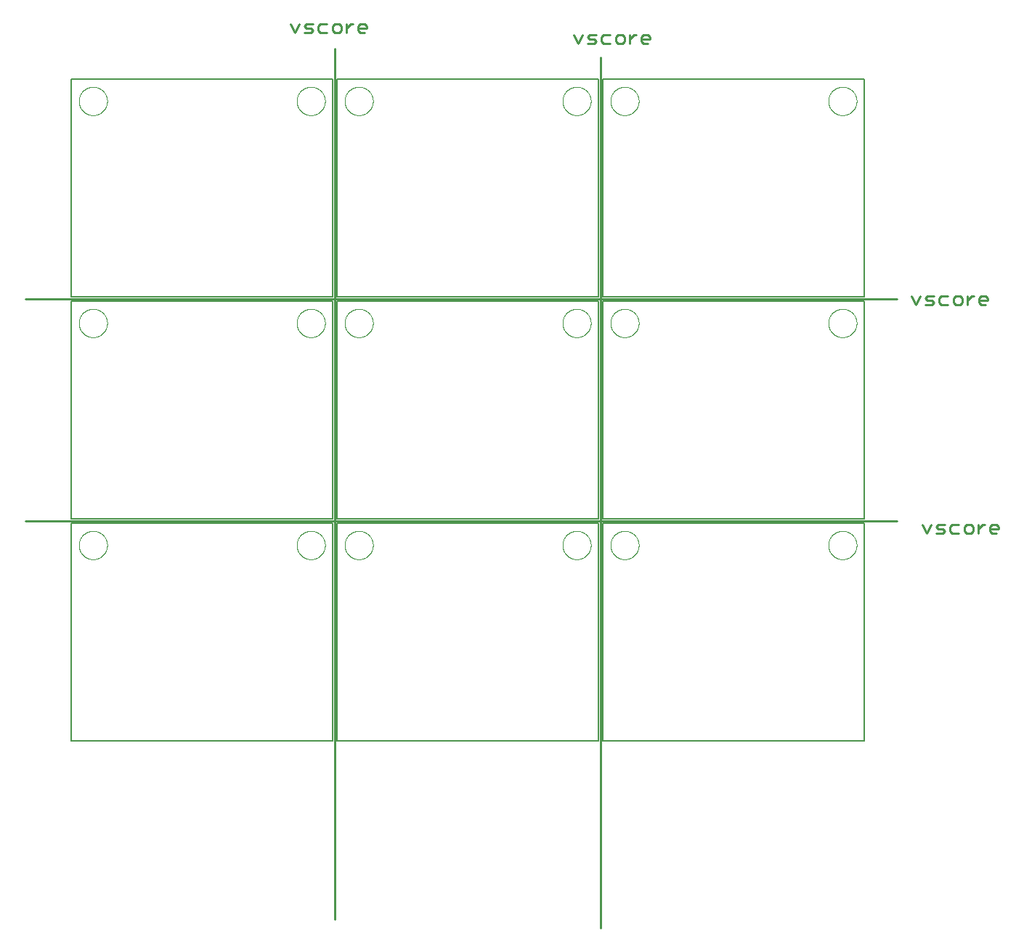
<source format=gko>
G75*
%MOIN*%
%OFA0B0*%
%FSLAX25Y25*%
%IPPOS*%
%LPD*%
%AMOC8*
5,1,8,0,0,1.08239X$1,22.5*
%
%ADD10C,0.00800*%
%ADD11C,0.01000*%
%ADD12C,0.01100*%
%ADD13C,0.00000*%
D10*
X0022500Y0087500D02*
X0142500Y0087500D01*
X0142500Y0187500D01*
X0022500Y0187500D01*
X0022500Y0087500D01*
X0022500Y0189500D02*
X0142500Y0189500D01*
X0142500Y0289500D01*
X0022500Y0289500D01*
X0022500Y0189500D01*
X0022500Y0291500D02*
X0142500Y0291500D01*
X0142500Y0391500D01*
X0022500Y0391500D01*
X0022500Y0291500D01*
X0144500Y0291500D02*
X0264500Y0291500D01*
X0264500Y0391500D01*
X0144500Y0391500D01*
X0144500Y0291500D01*
X0144500Y0289500D02*
X0264500Y0289500D01*
X0264500Y0189500D01*
X0144500Y0189500D01*
X0144500Y0289500D01*
X0144500Y0187500D02*
X0264500Y0187500D01*
X0264500Y0087500D01*
X0144500Y0087500D01*
X0144500Y0187500D01*
X0266500Y0187500D02*
X0266500Y0087500D01*
X0386500Y0087500D01*
X0386500Y0187500D01*
X0266500Y0187500D01*
X0266500Y0189500D02*
X0386500Y0189500D01*
X0386500Y0289500D01*
X0266500Y0289500D01*
X0266500Y0189500D01*
X0266500Y0291500D02*
X0386500Y0291500D01*
X0386500Y0391500D01*
X0266500Y0391500D01*
X0266500Y0291500D01*
D11*
X0265500Y0401500D02*
X0265500Y0001500D01*
X0143500Y0005500D02*
X0143500Y0405500D01*
X0001500Y0290500D02*
X0401500Y0290500D01*
X0401500Y0188500D02*
X0001500Y0188500D01*
D12*
X0125018Y0413050D02*
X0126987Y0416987D01*
X0129495Y0416003D02*
X0130480Y0416987D01*
X0133432Y0416987D01*
X0132448Y0415018D02*
X0130480Y0415018D01*
X0129495Y0416003D01*
X0129495Y0413050D02*
X0132448Y0413050D01*
X0133432Y0414034D01*
X0132448Y0415018D01*
X0135941Y0414034D02*
X0135941Y0416003D01*
X0136925Y0416987D01*
X0139878Y0416987D01*
X0142386Y0416003D02*
X0142386Y0414034D01*
X0143371Y0413050D01*
X0145339Y0413050D01*
X0146323Y0414034D01*
X0146323Y0416003D01*
X0145339Y0416987D01*
X0143371Y0416987D01*
X0142386Y0416003D01*
X0139878Y0413050D02*
X0136925Y0413050D01*
X0135941Y0414034D01*
X0125018Y0413050D02*
X0123050Y0416987D01*
X0148832Y0416987D02*
X0148832Y0413050D01*
X0148832Y0415018D02*
X0150800Y0416987D01*
X0151785Y0416987D01*
X0154203Y0416003D02*
X0154203Y0414034D01*
X0155187Y0413050D01*
X0157156Y0413050D01*
X0158140Y0415018D02*
X0154203Y0415018D01*
X0154203Y0416003D02*
X0155187Y0416987D01*
X0157156Y0416987D01*
X0158140Y0416003D01*
X0158140Y0415018D01*
X0253050Y0411987D02*
X0255018Y0408050D01*
X0256987Y0411987D01*
X0259495Y0411003D02*
X0260480Y0410018D01*
X0262448Y0410018D01*
X0263432Y0409034D01*
X0262448Y0408050D01*
X0259495Y0408050D01*
X0259495Y0411003D02*
X0260480Y0411987D01*
X0263432Y0411987D01*
X0265941Y0411003D02*
X0265941Y0409034D01*
X0266925Y0408050D01*
X0269878Y0408050D01*
X0272386Y0409034D02*
X0272386Y0411003D01*
X0273371Y0411987D01*
X0275339Y0411987D01*
X0276323Y0411003D01*
X0276323Y0409034D01*
X0275339Y0408050D01*
X0273371Y0408050D01*
X0272386Y0409034D01*
X0269878Y0411987D02*
X0266925Y0411987D01*
X0265941Y0411003D01*
X0278832Y0411987D02*
X0278832Y0408050D01*
X0278832Y0410018D02*
X0280800Y0411987D01*
X0281785Y0411987D01*
X0284203Y0411003D02*
X0285187Y0411987D01*
X0287156Y0411987D01*
X0288140Y0411003D01*
X0288140Y0410018D01*
X0284203Y0410018D01*
X0284203Y0409034D02*
X0284203Y0411003D01*
X0284203Y0409034D02*
X0285187Y0408050D01*
X0287156Y0408050D01*
X0408050Y0291987D02*
X0410018Y0288050D01*
X0411987Y0291987D01*
X0414495Y0291003D02*
X0415480Y0291987D01*
X0418432Y0291987D01*
X0417448Y0290018D02*
X0415480Y0290018D01*
X0414495Y0291003D01*
X0414495Y0288050D02*
X0417448Y0288050D01*
X0418432Y0289034D01*
X0417448Y0290018D01*
X0420941Y0289034D02*
X0421925Y0288050D01*
X0424878Y0288050D01*
X0427386Y0289034D02*
X0428371Y0288050D01*
X0430339Y0288050D01*
X0431323Y0289034D01*
X0431323Y0291003D01*
X0430339Y0291987D01*
X0428371Y0291987D01*
X0427386Y0291003D01*
X0427386Y0289034D01*
X0424878Y0291987D02*
X0421925Y0291987D01*
X0420941Y0291003D01*
X0420941Y0289034D01*
X0433832Y0288050D02*
X0433832Y0291987D01*
X0435800Y0291987D02*
X0433832Y0290018D01*
X0435800Y0291987D02*
X0436785Y0291987D01*
X0439203Y0291003D02*
X0440187Y0291987D01*
X0442156Y0291987D01*
X0443140Y0291003D01*
X0443140Y0290018D01*
X0439203Y0290018D01*
X0439203Y0289034D02*
X0439203Y0291003D01*
X0439203Y0289034D02*
X0440187Y0288050D01*
X0442156Y0288050D01*
X0441785Y0186987D02*
X0440800Y0186987D01*
X0438832Y0185018D01*
X0438832Y0183050D02*
X0438832Y0186987D01*
X0436323Y0186003D02*
X0435339Y0186987D01*
X0433371Y0186987D01*
X0432386Y0186003D01*
X0432386Y0184034D01*
X0433371Y0183050D01*
X0435339Y0183050D01*
X0436323Y0184034D01*
X0436323Y0186003D01*
X0444203Y0186003D02*
X0445187Y0186987D01*
X0447156Y0186987D01*
X0448140Y0186003D01*
X0448140Y0185018D01*
X0444203Y0185018D01*
X0444203Y0184034D02*
X0444203Y0186003D01*
X0444203Y0184034D02*
X0445187Y0183050D01*
X0447156Y0183050D01*
X0429878Y0183050D02*
X0426925Y0183050D01*
X0425941Y0184034D01*
X0425941Y0186003D01*
X0426925Y0186987D01*
X0429878Y0186987D01*
X0423432Y0186987D02*
X0420480Y0186987D01*
X0419495Y0186003D01*
X0420480Y0185018D01*
X0422448Y0185018D01*
X0423432Y0184034D01*
X0422448Y0183050D01*
X0419495Y0183050D01*
X0415018Y0183050D02*
X0416987Y0186987D01*
X0413050Y0186987D02*
X0415018Y0183050D01*
D13*
X0370000Y0177500D02*
X0370002Y0177661D01*
X0370008Y0177821D01*
X0370018Y0177982D01*
X0370032Y0178142D01*
X0370050Y0178302D01*
X0370071Y0178461D01*
X0370097Y0178620D01*
X0370127Y0178778D01*
X0370160Y0178935D01*
X0370198Y0179092D01*
X0370239Y0179247D01*
X0370284Y0179401D01*
X0370333Y0179554D01*
X0370386Y0179706D01*
X0370442Y0179857D01*
X0370503Y0180006D01*
X0370566Y0180154D01*
X0370634Y0180300D01*
X0370705Y0180444D01*
X0370779Y0180586D01*
X0370857Y0180727D01*
X0370939Y0180865D01*
X0371024Y0181002D01*
X0371112Y0181136D01*
X0371204Y0181268D01*
X0371299Y0181398D01*
X0371397Y0181526D01*
X0371498Y0181651D01*
X0371602Y0181773D01*
X0371709Y0181893D01*
X0371819Y0182010D01*
X0371932Y0182125D01*
X0372048Y0182236D01*
X0372167Y0182345D01*
X0372288Y0182450D01*
X0372412Y0182553D01*
X0372538Y0182653D01*
X0372666Y0182749D01*
X0372797Y0182842D01*
X0372931Y0182932D01*
X0373066Y0183019D01*
X0373204Y0183102D01*
X0373343Y0183182D01*
X0373485Y0183258D01*
X0373628Y0183331D01*
X0373773Y0183400D01*
X0373920Y0183466D01*
X0374068Y0183528D01*
X0374218Y0183586D01*
X0374369Y0183641D01*
X0374522Y0183692D01*
X0374676Y0183739D01*
X0374831Y0183782D01*
X0374987Y0183821D01*
X0375143Y0183857D01*
X0375301Y0183888D01*
X0375459Y0183916D01*
X0375618Y0183940D01*
X0375778Y0183960D01*
X0375938Y0183976D01*
X0376098Y0183988D01*
X0376259Y0183996D01*
X0376420Y0184000D01*
X0376580Y0184000D01*
X0376741Y0183996D01*
X0376902Y0183988D01*
X0377062Y0183976D01*
X0377222Y0183960D01*
X0377382Y0183940D01*
X0377541Y0183916D01*
X0377699Y0183888D01*
X0377857Y0183857D01*
X0378013Y0183821D01*
X0378169Y0183782D01*
X0378324Y0183739D01*
X0378478Y0183692D01*
X0378631Y0183641D01*
X0378782Y0183586D01*
X0378932Y0183528D01*
X0379080Y0183466D01*
X0379227Y0183400D01*
X0379372Y0183331D01*
X0379515Y0183258D01*
X0379657Y0183182D01*
X0379796Y0183102D01*
X0379934Y0183019D01*
X0380069Y0182932D01*
X0380203Y0182842D01*
X0380334Y0182749D01*
X0380462Y0182653D01*
X0380588Y0182553D01*
X0380712Y0182450D01*
X0380833Y0182345D01*
X0380952Y0182236D01*
X0381068Y0182125D01*
X0381181Y0182010D01*
X0381291Y0181893D01*
X0381398Y0181773D01*
X0381502Y0181651D01*
X0381603Y0181526D01*
X0381701Y0181398D01*
X0381796Y0181268D01*
X0381888Y0181136D01*
X0381976Y0181002D01*
X0382061Y0180865D01*
X0382143Y0180727D01*
X0382221Y0180586D01*
X0382295Y0180444D01*
X0382366Y0180300D01*
X0382434Y0180154D01*
X0382497Y0180006D01*
X0382558Y0179857D01*
X0382614Y0179706D01*
X0382667Y0179554D01*
X0382716Y0179401D01*
X0382761Y0179247D01*
X0382802Y0179092D01*
X0382840Y0178935D01*
X0382873Y0178778D01*
X0382903Y0178620D01*
X0382929Y0178461D01*
X0382950Y0178302D01*
X0382968Y0178142D01*
X0382982Y0177982D01*
X0382992Y0177821D01*
X0382998Y0177661D01*
X0383000Y0177500D01*
X0382998Y0177339D01*
X0382992Y0177179D01*
X0382982Y0177018D01*
X0382968Y0176858D01*
X0382950Y0176698D01*
X0382929Y0176539D01*
X0382903Y0176380D01*
X0382873Y0176222D01*
X0382840Y0176065D01*
X0382802Y0175908D01*
X0382761Y0175753D01*
X0382716Y0175599D01*
X0382667Y0175446D01*
X0382614Y0175294D01*
X0382558Y0175143D01*
X0382497Y0174994D01*
X0382434Y0174846D01*
X0382366Y0174700D01*
X0382295Y0174556D01*
X0382221Y0174414D01*
X0382143Y0174273D01*
X0382061Y0174135D01*
X0381976Y0173998D01*
X0381888Y0173864D01*
X0381796Y0173732D01*
X0381701Y0173602D01*
X0381603Y0173474D01*
X0381502Y0173349D01*
X0381398Y0173227D01*
X0381291Y0173107D01*
X0381181Y0172990D01*
X0381068Y0172875D01*
X0380952Y0172764D01*
X0380833Y0172655D01*
X0380712Y0172550D01*
X0380588Y0172447D01*
X0380462Y0172347D01*
X0380334Y0172251D01*
X0380203Y0172158D01*
X0380069Y0172068D01*
X0379934Y0171981D01*
X0379796Y0171898D01*
X0379657Y0171818D01*
X0379515Y0171742D01*
X0379372Y0171669D01*
X0379227Y0171600D01*
X0379080Y0171534D01*
X0378932Y0171472D01*
X0378782Y0171414D01*
X0378631Y0171359D01*
X0378478Y0171308D01*
X0378324Y0171261D01*
X0378169Y0171218D01*
X0378013Y0171179D01*
X0377857Y0171143D01*
X0377699Y0171112D01*
X0377541Y0171084D01*
X0377382Y0171060D01*
X0377222Y0171040D01*
X0377062Y0171024D01*
X0376902Y0171012D01*
X0376741Y0171004D01*
X0376580Y0171000D01*
X0376420Y0171000D01*
X0376259Y0171004D01*
X0376098Y0171012D01*
X0375938Y0171024D01*
X0375778Y0171040D01*
X0375618Y0171060D01*
X0375459Y0171084D01*
X0375301Y0171112D01*
X0375143Y0171143D01*
X0374987Y0171179D01*
X0374831Y0171218D01*
X0374676Y0171261D01*
X0374522Y0171308D01*
X0374369Y0171359D01*
X0374218Y0171414D01*
X0374068Y0171472D01*
X0373920Y0171534D01*
X0373773Y0171600D01*
X0373628Y0171669D01*
X0373485Y0171742D01*
X0373343Y0171818D01*
X0373204Y0171898D01*
X0373066Y0171981D01*
X0372931Y0172068D01*
X0372797Y0172158D01*
X0372666Y0172251D01*
X0372538Y0172347D01*
X0372412Y0172447D01*
X0372288Y0172550D01*
X0372167Y0172655D01*
X0372048Y0172764D01*
X0371932Y0172875D01*
X0371819Y0172990D01*
X0371709Y0173107D01*
X0371602Y0173227D01*
X0371498Y0173349D01*
X0371397Y0173474D01*
X0371299Y0173602D01*
X0371204Y0173732D01*
X0371112Y0173864D01*
X0371024Y0173998D01*
X0370939Y0174135D01*
X0370857Y0174273D01*
X0370779Y0174414D01*
X0370705Y0174556D01*
X0370634Y0174700D01*
X0370566Y0174846D01*
X0370503Y0174994D01*
X0370442Y0175143D01*
X0370386Y0175294D01*
X0370333Y0175446D01*
X0370284Y0175599D01*
X0370239Y0175753D01*
X0370198Y0175908D01*
X0370160Y0176065D01*
X0370127Y0176222D01*
X0370097Y0176380D01*
X0370071Y0176539D01*
X0370050Y0176698D01*
X0370032Y0176858D01*
X0370018Y0177018D01*
X0370008Y0177179D01*
X0370002Y0177339D01*
X0370000Y0177500D01*
X0270000Y0177500D02*
X0270002Y0177661D01*
X0270008Y0177821D01*
X0270018Y0177982D01*
X0270032Y0178142D01*
X0270050Y0178302D01*
X0270071Y0178461D01*
X0270097Y0178620D01*
X0270127Y0178778D01*
X0270160Y0178935D01*
X0270198Y0179092D01*
X0270239Y0179247D01*
X0270284Y0179401D01*
X0270333Y0179554D01*
X0270386Y0179706D01*
X0270442Y0179857D01*
X0270503Y0180006D01*
X0270566Y0180154D01*
X0270634Y0180300D01*
X0270705Y0180444D01*
X0270779Y0180586D01*
X0270857Y0180727D01*
X0270939Y0180865D01*
X0271024Y0181002D01*
X0271112Y0181136D01*
X0271204Y0181268D01*
X0271299Y0181398D01*
X0271397Y0181526D01*
X0271498Y0181651D01*
X0271602Y0181773D01*
X0271709Y0181893D01*
X0271819Y0182010D01*
X0271932Y0182125D01*
X0272048Y0182236D01*
X0272167Y0182345D01*
X0272288Y0182450D01*
X0272412Y0182553D01*
X0272538Y0182653D01*
X0272666Y0182749D01*
X0272797Y0182842D01*
X0272931Y0182932D01*
X0273066Y0183019D01*
X0273204Y0183102D01*
X0273343Y0183182D01*
X0273485Y0183258D01*
X0273628Y0183331D01*
X0273773Y0183400D01*
X0273920Y0183466D01*
X0274068Y0183528D01*
X0274218Y0183586D01*
X0274369Y0183641D01*
X0274522Y0183692D01*
X0274676Y0183739D01*
X0274831Y0183782D01*
X0274987Y0183821D01*
X0275143Y0183857D01*
X0275301Y0183888D01*
X0275459Y0183916D01*
X0275618Y0183940D01*
X0275778Y0183960D01*
X0275938Y0183976D01*
X0276098Y0183988D01*
X0276259Y0183996D01*
X0276420Y0184000D01*
X0276580Y0184000D01*
X0276741Y0183996D01*
X0276902Y0183988D01*
X0277062Y0183976D01*
X0277222Y0183960D01*
X0277382Y0183940D01*
X0277541Y0183916D01*
X0277699Y0183888D01*
X0277857Y0183857D01*
X0278013Y0183821D01*
X0278169Y0183782D01*
X0278324Y0183739D01*
X0278478Y0183692D01*
X0278631Y0183641D01*
X0278782Y0183586D01*
X0278932Y0183528D01*
X0279080Y0183466D01*
X0279227Y0183400D01*
X0279372Y0183331D01*
X0279515Y0183258D01*
X0279657Y0183182D01*
X0279796Y0183102D01*
X0279934Y0183019D01*
X0280069Y0182932D01*
X0280203Y0182842D01*
X0280334Y0182749D01*
X0280462Y0182653D01*
X0280588Y0182553D01*
X0280712Y0182450D01*
X0280833Y0182345D01*
X0280952Y0182236D01*
X0281068Y0182125D01*
X0281181Y0182010D01*
X0281291Y0181893D01*
X0281398Y0181773D01*
X0281502Y0181651D01*
X0281603Y0181526D01*
X0281701Y0181398D01*
X0281796Y0181268D01*
X0281888Y0181136D01*
X0281976Y0181002D01*
X0282061Y0180865D01*
X0282143Y0180727D01*
X0282221Y0180586D01*
X0282295Y0180444D01*
X0282366Y0180300D01*
X0282434Y0180154D01*
X0282497Y0180006D01*
X0282558Y0179857D01*
X0282614Y0179706D01*
X0282667Y0179554D01*
X0282716Y0179401D01*
X0282761Y0179247D01*
X0282802Y0179092D01*
X0282840Y0178935D01*
X0282873Y0178778D01*
X0282903Y0178620D01*
X0282929Y0178461D01*
X0282950Y0178302D01*
X0282968Y0178142D01*
X0282982Y0177982D01*
X0282992Y0177821D01*
X0282998Y0177661D01*
X0283000Y0177500D01*
X0282998Y0177339D01*
X0282992Y0177179D01*
X0282982Y0177018D01*
X0282968Y0176858D01*
X0282950Y0176698D01*
X0282929Y0176539D01*
X0282903Y0176380D01*
X0282873Y0176222D01*
X0282840Y0176065D01*
X0282802Y0175908D01*
X0282761Y0175753D01*
X0282716Y0175599D01*
X0282667Y0175446D01*
X0282614Y0175294D01*
X0282558Y0175143D01*
X0282497Y0174994D01*
X0282434Y0174846D01*
X0282366Y0174700D01*
X0282295Y0174556D01*
X0282221Y0174414D01*
X0282143Y0174273D01*
X0282061Y0174135D01*
X0281976Y0173998D01*
X0281888Y0173864D01*
X0281796Y0173732D01*
X0281701Y0173602D01*
X0281603Y0173474D01*
X0281502Y0173349D01*
X0281398Y0173227D01*
X0281291Y0173107D01*
X0281181Y0172990D01*
X0281068Y0172875D01*
X0280952Y0172764D01*
X0280833Y0172655D01*
X0280712Y0172550D01*
X0280588Y0172447D01*
X0280462Y0172347D01*
X0280334Y0172251D01*
X0280203Y0172158D01*
X0280069Y0172068D01*
X0279934Y0171981D01*
X0279796Y0171898D01*
X0279657Y0171818D01*
X0279515Y0171742D01*
X0279372Y0171669D01*
X0279227Y0171600D01*
X0279080Y0171534D01*
X0278932Y0171472D01*
X0278782Y0171414D01*
X0278631Y0171359D01*
X0278478Y0171308D01*
X0278324Y0171261D01*
X0278169Y0171218D01*
X0278013Y0171179D01*
X0277857Y0171143D01*
X0277699Y0171112D01*
X0277541Y0171084D01*
X0277382Y0171060D01*
X0277222Y0171040D01*
X0277062Y0171024D01*
X0276902Y0171012D01*
X0276741Y0171004D01*
X0276580Y0171000D01*
X0276420Y0171000D01*
X0276259Y0171004D01*
X0276098Y0171012D01*
X0275938Y0171024D01*
X0275778Y0171040D01*
X0275618Y0171060D01*
X0275459Y0171084D01*
X0275301Y0171112D01*
X0275143Y0171143D01*
X0274987Y0171179D01*
X0274831Y0171218D01*
X0274676Y0171261D01*
X0274522Y0171308D01*
X0274369Y0171359D01*
X0274218Y0171414D01*
X0274068Y0171472D01*
X0273920Y0171534D01*
X0273773Y0171600D01*
X0273628Y0171669D01*
X0273485Y0171742D01*
X0273343Y0171818D01*
X0273204Y0171898D01*
X0273066Y0171981D01*
X0272931Y0172068D01*
X0272797Y0172158D01*
X0272666Y0172251D01*
X0272538Y0172347D01*
X0272412Y0172447D01*
X0272288Y0172550D01*
X0272167Y0172655D01*
X0272048Y0172764D01*
X0271932Y0172875D01*
X0271819Y0172990D01*
X0271709Y0173107D01*
X0271602Y0173227D01*
X0271498Y0173349D01*
X0271397Y0173474D01*
X0271299Y0173602D01*
X0271204Y0173732D01*
X0271112Y0173864D01*
X0271024Y0173998D01*
X0270939Y0174135D01*
X0270857Y0174273D01*
X0270779Y0174414D01*
X0270705Y0174556D01*
X0270634Y0174700D01*
X0270566Y0174846D01*
X0270503Y0174994D01*
X0270442Y0175143D01*
X0270386Y0175294D01*
X0270333Y0175446D01*
X0270284Y0175599D01*
X0270239Y0175753D01*
X0270198Y0175908D01*
X0270160Y0176065D01*
X0270127Y0176222D01*
X0270097Y0176380D01*
X0270071Y0176539D01*
X0270050Y0176698D01*
X0270032Y0176858D01*
X0270018Y0177018D01*
X0270008Y0177179D01*
X0270002Y0177339D01*
X0270000Y0177500D01*
X0248000Y0177500D02*
X0248002Y0177661D01*
X0248008Y0177821D01*
X0248018Y0177982D01*
X0248032Y0178142D01*
X0248050Y0178302D01*
X0248071Y0178461D01*
X0248097Y0178620D01*
X0248127Y0178778D01*
X0248160Y0178935D01*
X0248198Y0179092D01*
X0248239Y0179247D01*
X0248284Y0179401D01*
X0248333Y0179554D01*
X0248386Y0179706D01*
X0248442Y0179857D01*
X0248503Y0180006D01*
X0248566Y0180154D01*
X0248634Y0180300D01*
X0248705Y0180444D01*
X0248779Y0180586D01*
X0248857Y0180727D01*
X0248939Y0180865D01*
X0249024Y0181002D01*
X0249112Y0181136D01*
X0249204Y0181268D01*
X0249299Y0181398D01*
X0249397Y0181526D01*
X0249498Y0181651D01*
X0249602Y0181773D01*
X0249709Y0181893D01*
X0249819Y0182010D01*
X0249932Y0182125D01*
X0250048Y0182236D01*
X0250167Y0182345D01*
X0250288Y0182450D01*
X0250412Y0182553D01*
X0250538Y0182653D01*
X0250666Y0182749D01*
X0250797Y0182842D01*
X0250931Y0182932D01*
X0251066Y0183019D01*
X0251204Y0183102D01*
X0251343Y0183182D01*
X0251485Y0183258D01*
X0251628Y0183331D01*
X0251773Y0183400D01*
X0251920Y0183466D01*
X0252068Y0183528D01*
X0252218Y0183586D01*
X0252369Y0183641D01*
X0252522Y0183692D01*
X0252676Y0183739D01*
X0252831Y0183782D01*
X0252987Y0183821D01*
X0253143Y0183857D01*
X0253301Y0183888D01*
X0253459Y0183916D01*
X0253618Y0183940D01*
X0253778Y0183960D01*
X0253938Y0183976D01*
X0254098Y0183988D01*
X0254259Y0183996D01*
X0254420Y0184000D01*
X0254580Y0184000D01*
X0254741Y0183996D01*
X0254902Y0183988D01*
X0255062Y0183976D01*
X0255222Y0183960D01*
X0255382Y0183940D01*
X0255541Y0183916D01*
X0255699Y0183888D01*
X0255857Y0183857D01*
X0256013Y0183821D01*
X0256169Y0183782D01*
X0256324Y0183739D01*
X0256478Y0183692D01*
X0256631Y0183641D01*
X0256782Y0183586D01*
X0256932Y0183528D01*
X0257080Y0183466D01*
X0257227Y0183400D01*
X0257372Y0183331D01*
X0257515Y0183258D01*
X0257657Y0183182D01*
X0257796Y0183102D01*
X0257934Y0183019D01*
X0258069Y0182932D01*
X0258203Y0182842D01*
X0258334Y0182749D01*
X0258462Y0182653D01*
X0258588Y0182553D01*
X0258712Y0182450D01*
X0258833Y0182345D01*
X0258952Y0182236D01*
X0259068Y0182125D01*
X0259181Y0182010D01*
X0259291Y0181893D01*
X0259398Y0181773D01*
X0259502Y0181651D01*
X0259603Y0181526D01*
X0259701Y0181398D01*
X0259796Y0181268D01*
X0259888Y0181136D01*
X0259976Y0181002D01*
X0260061Y0180865D01*
X0260143Y0180727D01*
X0260221Y0180586D01*
X0260295Y0180444D01*
X0260366Y0180300D01*
X0260434Y0180154D01*
X0260497Y0180006D01*
X0260558Y0179857D01*
X0260614Y0179706D01*
X0260667Y0179554D01*
X0260716Y0179401D01*
X0260761Y0179247D01*
X0260802Y0179092D01*
X0260840Y0178935D01*
X0260873Y0178778D01*
X0260903Y0178620D01*
X0260929Y0178461D01*
X0260950Y0178302D01*
X0260968Y0178142D01*
X0260982Y0177982D01*
X0260992Y0177821D01*
X0260998Y0177661D01*
X0261000Y0177500D01*
X0260998Y0177339D01*
X0260992Y0177179D01*
X0260982Y0177018D01*
X0260968Y0176858D01*
X0260950Y0176698D01*
X0260929Y0176539D01*
X0260903Y0176380D01*
X0260873Y0176222D01*
X0260840Y0176065D01*
X0260802Y0175908D01*
X0260761Y0175753D01*
X0260716Y0175599D01*
X0260667Y0175446D01*
X0260614Y0175294D01*
X0260558Y0175143D01*
X0260497Y0174994D01*
X0260434Y0174846D01*
X0260366Y0174700D01*
X0260295Y0174556D01*
X0260221Y0174414D01*
X0260143Y0174273D01*
X0260061Y0174135D01*
X0259976Y0173998D01*
X0259888Y0173864D01*
X0259796Y0173732D01*
X0259701Y0173602D01*
X0259603Y0173474D01*
X0259502Y0173349D01*
X0259398Y0173227D01*
X0259291Y0173107D01*
X0259181Y0172990D01*
X0259068Y0172875D01*
X0258952Y0172764D01*
X0258833Y0172655D01*
X0258712Y0172550D01*
X0258588Y0172447D01*
X0258462Y0172347D01*
X0258334Y0172251D01*
X0258203Y0172158D01*
X0258069Y0172068D01*
X0257934Y0171981D01*
X0257796Y0171898D01*
X0257657Y0171818D01*
X0257515Y0171742D01*
X0257372Y0171669D01*
X0257227Y0171600D01*
X0257080Y0171534D01*
X0256932Y0171472D01*
X0256782Y0171414D01*
X0256631Y0171359D01*
X0256478Y0171308D01*
X0256324Y0171261D01*
X0256169Y0171218D01*
X0256013Y0171179D01*
X0255857Y0171143D01*
X0255699Y0171112D01*
X0255541Y0171084D01*
X0255382Y0171060D01*
X0255222Y0171040D01*
X0255062Y0171024D01*
X0254902Y0171012D01*
X0254741Y0171004D01*
X0254580Y0171000D01*
X0254420Y0171000D01*
X0254259Y0171004D01*
X0254098Y0171012D01*
X0253938Y0171024D01*
X0253778Y0171040D01*
X0253618Y0171060D01*
X0253459Y0171084D01*
X0253301Y0171112D01*
X0253143Y0171143D01*
X0252987Y0171179D01*
X0252831Y0171218D01*
X0252676Y0171261D01*
X0252522Y0171308D01*
X0252369Y0171359D01*
X0252218Y0171414D01*
X0252068Y0171472D01*
X0251920Y0171534D01*
X0251773Y0171600D01*
X0251628Y0171669D01*
X0251485Y0171742D01*
X0251343Y0171818D01*
X0251204Y0171898D01*
X0251066Y0171981D01*
X0250931Y0172068D01*
X0250797Y0172158D01*
X0250666Y0172251D01*
X0250538Y0172347D01*
X0250412Y0172447D01*
X0250288Y0172550D01*
X0250167Y0172655D01*
X0250048Y0172764D01*
X0249932Y0172875D01*
X0249819Y0172990D01*
X0249709Y0173107D01*
X0249602Y0173227D01*
X0249498Y0173349D01*
X0249397Y0173474D01*
X0249299Y0173602D01*
X0249204Y0173732D01*
X0249112Y0173864D01*
X0249024Y0173998D01*
X0248939Y0174135D01*
X0248857Y0174273D01*
X0248779Y0174414D01*
X0248705Y0174556D01*
X0248634Y0174700D01*
X0248566Y0174846D01*
X0248503Y0174994D01*
X0248442Y0175143D01*
X0248386Y0175294D01*
X0248333Y0175446D01*
X0248284Y0175599D01*
X0248239Y0175753D01*
X0248198Y0175908D01*
X0248160Y0176065D01*
X0248127Y0176222D01*
X0248097Y0176380D01*
X0248071Y0176539D01*
X0248050Y0176698D01*
X0248032Y0176858D01*
X0248018Y0177018D01*
X0248008Y0177179D01*
X0248002Y0177339D01*
X0248000Y0177500D01*
X0148000Y0177500D02*
X0148002Y0177661D01*
X0148008Y0177821D01*
X0148018Y0177982D01*
X0148032Y0178142D01*
X0148050Y0178302D01*
X0148071Y0178461D01*
X0148097Y0178620D01*
X0148127Y0178778D01*
X0148160Y0178935D01*
X0148198Y0179092D01*
X0148239Y0179247D01*
X0148284Y0179401D01*
X0148333Y0179554D01*
X0148386Y0179706D01*
X0148442Y0179857D01*
X0148503Y0180006D01*
X0148566Y0180154D01*
X0148634Y0180300D01*
X0148705Y0180444D01*
X0148779Y0180586D01*
X0148857Y0180727D01*
X0148939Y0180865D01*
X0149024Y0181002D01*
X0149112Y0181136D01*
X0149204Y0181268D01*
X0149299Y0181398D01*
X0149397Y0181526D01*
X0149498Y0181651D01*
X0149602Y0181773D01*
X0149709Y0181893D01*
X0149819Y0182010D01*
X0149932Y0182125D01*
X0150048Y0182236D01*
X0150167Y0182345D01*
X0150288Y0182450D01*
X0150412Y0182553D01*
X0150538Y0182653D01*
X0150666Y0182749D01*
X0150797Y0182842D01*
X0150931Y0182932D01*
X0151066Y0183019D01*
X0151204Y0183102D01*
X0151343Y0183182D01*
X0151485Y0183258D01*
X0151628Y0183331D01*
X0151773Y0183400D01*
X0151920Y0183466D01*
X0152068Y0183528D01*
X0152218Y0183586D01*
X0152369Y0183641D01*
X0152522Y0183692D01*
X0152676Y0183739D01*
X0152831Y0183782D01*
X0152987Y0183821D01*
X0153143Y0183857D01*
X0153301Y0183888D01*
X0153459Y0183916D01*
X0153618Y0183940D01*
X0153778Y0183960D01*
X0153938Y0183976D01*
X0154098Y0183988D01*
X0154259Y0183996D01*
X0154420Y0184000D01*
X0154580Y0184000D01*
X0154741Y0183996D01*
X0154902Y0183988D01*
X0155062Y0183976D01*
X0155222Y0183960D01*
X0155382Y0183940D01*
X0155541Y0183916D01*
X0155699Y0183888D01*
X0155857Y0183857D01*
X0156013Y0183821D01*
X0156169Y0183782D01*
X0156324Y0183739D01*
X0156478Y0183692D01*
X0156631Y0183641D01*
X0156782Y0183586D01*
X0156932Y0183528D01*
X0157080Y0183466D01*
X0157227Y0183400D01*
X0157372Y0183331D01*
X0157515Y0183258D01*
X0157657Y0183182D01*
X0157796Y0183102D01*
X0157934Y0183019D01*
X0158069Y0182932D01*
X0158203Y0182842D01*
X0158334Y0182749D01*
X0158462Y0182653D01*
X0158588Y0182553D01*
X0158712Y0182450D01*
X0158833Y0182345D01*
X0158952Y0182236D01*
X0159068Y0182125D01*
X0159181Y0182010D01*
X0159291Y0181893D01*
X0159398Y0181773D01*
X0159502Y0181651D01*
X0159603Y0181526D01*
X0159701Y0181398D01*
X0159796Y0181268D01*
X0159888Y0181136D01*
X0159976Y0181002D01*
X0160061Y0180865D01*
X0160143Y0180727D01*
X0160221Y0180586D01*
X0160295Y0180444D01*
X0160366Y0180300D01*
X0160434Y0180154D01*
X0160497Y0180006D01*
X0160558Y0179857D01*
X0160614Y0179706D01*
X0160667Y0179554D01*
X0160716Y0179401D01*
X0160761Y0179247D01*
X0160802Y0179092D01*
X0160840Y0178935D01*
X0160873Y0178778D01*
X0160903Y0178620D01*
X0160929Y0178461D01*
X0160950Y0178302D01*
X0160968Y0178142D01*
X0160982Y0177982D01*
X0160992Y0177821D01*
X0160998Y0177661D01*
X0161000Y0177500D01*
X0160998Y0177339D01*
X0160992Y0177179D01*
X0160982Y0177018D01*
X0160968Y0176858D01*
X0160950Y0176698D01*
X0160929Y0176539D01*
X0160903Y0176380D01*
X0160873Y0176222D01*
X0160840Y0176065D01*
X0160802Y0175908D01*
X0160761Y0175753D01*
X0160716Y0175599D01*
X0160667Y0175446D01*
X0160614Y0175294D01*
X0160558Y0175143D01*
X0160497Y0174994D01*
X0160434Y0174846D01*
X0160366Y0174700D01*
X0160295Y0174556D01*
X0160221Y0174414D01*
X0160143Y0174273D01*
X0160061Y0174135D01*
X0159976Y0173998D01*
X0159888Y0173864D01*
X0159796Y0173732D01*
X0159701Y0173602D01*
X0159603Y0173474D01*
X0159502Y0173349D01*
X0159398Y0173227D01*
X0159291Y0173107D01*
X0159181Y0172990D01*
X0159068Y0172875D01*
X0158952Y0172764D01*
X0158833Y0172655D01*
X0158712Y0172550D01*
X0158588Y0172447D01*
X0158462Y0172347D01*
X0158334Y0172251D01*
X0158203Y0172158D01*
X0158069Y0172068D01*
X0157934Y0171981D01*
X0157796Y0171898D01*
X0157657Y0171818D01*
X0157515Y0171742D01*
X0157372Y0171669D01*
X0157227Y0171600D01*
X0157080Y0171534D01*
X0156932Y0171472D01*
X0156782Y0171414D01*
X0156631Y0171359D01*
X0156478Y0171308D01*
X0156324Y0171261D01*
X0156169Y0171218D01*
X0156013Y0171179D01*
X0155857Y0171143D01*
X0155699Y0171112D01*
X0155541Y0171084D01*
X0155382Y0171060D01*
X0155222Y0171040D01*
X0155062Y0171024D01*
X0154902Y0171012D01*
X0154741Y0171004D01*
X0154580Y0171000D01*
X0154420Y0171000D01*
X0154259Y0171004D01*
X0154098Y0171012D01*
X0153938Y0171024D01*
X0153778Y0171040D01*
X0153618Y0171060D01*
X0153459Y0171084D01*
X0153301Y0171112D01*
X0153143Y0171143D01*
X0152987Y0171179D01*
X0152831Y0171218D01*
X0152676Y0171261D01*
X0152522Y0171308D01*
X0152369Y0171359D01*
X0152218Y0171414D01*
X0152068Y0171472D01*
X0151920Y0171534D01*
X0151773Y0171600D01*
X0151628Y0171669D01*
X0151485Y0171742D01*
X0151343Y0171818D01*
X0151204Y0171898D01*
X0151066Y0171981D01*
X0150931Y0172068D01*
X0150797Y0172158D01*
X0150666Y0172251D01*
X0150538Y0172347D01*
X0150412Y0172447D01*
X0150288Y0172550D01*
X0150167Y0172655D01*
X0150048Y0172764D01*
X0149932Y0172875D01*
X0149819Y0172990D01*
X0149709Y0173107D01*
X0149602Y0173227D01*
X0149498Y0173349D01*
X0149397Y0173474D01*
X0149299Y0173602D01*
X0149204Y0173732D01*
X0149112Y0173864D01*
X0149024Y0173998D01*
X0148939Y0174135D01*
X0148857Y0174273D01*
X0148779Y0174414D01*
X0148705Y0174556D01*
X0148634Y0174700D01*
X0148566Y0174846D01*
X0148503Y0174994D01*
X0148442Y0175143D01*
X0148386Y0175294D01*
X0148333Y0175446D01*
X0148284Y0175599D01*
X0148239Y0175753D01*
X0148198Y0175908D01*
X0148160Y0176065D01*
X0148127Y0176222D01*
X0148097Y0176380D01*
X0148071Y0176539D01*
X0148050Y0176698D01*
X0148032Y0176858D01*
X0148018Y0177018D01*
X0148008Y0177179D01*
X0148002Y0177339D01*
X0148000Y0177500D01*
X0126000Y0177500D02*
X0126002Y0177661D01*
X0126008Y0177821D01*
X0126018Y0177982D01*
X0126032Y0178142D01*
X0126050Y0178302D01*
X0126071Y0178461D01*
X0126097Y0178620D01*
X0126127Y0178778D01*
X0126160Y0178935D01*
X0126198Y0179092D01*
X0126239Y0179247D01*
X0126284Y0179401D01*
X0126333Y0179554D01*
X0126386Y0179706D01*
X0126442Y0179857D01*
X0126503Y0180006D01*
X0126566Y0180154D01*
X0126634Y0180300D01*
X0126705Y0180444D01*
X0126779Y0180586D01*
X0126857Y0180727D01*
X0126939Y0180865D01*
X0127024Y0181002D01*
X0127112Y0181136D01*
X0127204Y0181268D01*
X0127299Y0181398D01*
X0127397Y0181526D01*
X0127498Y0181651D01*
X0127602Y0181773D01*
X0127709Y0181893D01*
X0127819Y0182010D01*
X0127932Y0182125D01*
X0128048Y0182236D01*
X0128167Y0182345D01*
X0128288Y0182450D01*
X0128412Y0182553D01*
X0128538Y0182653D01*
X0128666Y0182749D01*
X0128797Y0182842D01*
X0128931Y0182932D01*
X0129066Y0183019D01*
X0129204Y0183102D01*
X0129343Y0183182D01*
X0129485Y0183258D01*
X0129628Y0183331D01*
X0129773Y0183400D01*
X0129920Y0183466D01*
X0130068Y0183528D01*
X0130218Y0183586D01*
X0130369Y0183641D01*
X0130522Y0183692D01*
X0130676Y0183739D01*
X0130831Y0183782D01*
X0130987Y0183821D01*
X0131143Y0183857D01*
X0131301Y0183888D01*
X0131459Y0183916D01*
X0131618Y0183940D01*
X0131778Y0183960D01*
X0131938Y0183976D01*
X0132098Y0183988D01*
X0132259Y0183996D01*
X0132420Y0184000D01*
X0132580Y0184000D01*
X0132741Y0183996D01*
X0132902Y0183988D01*
X0133062Y0183976D01*
X0133222Y0183960D01*
X0133382Y0183940D01*
X0133541Y0183916D01*
X0133699Y0183888D01*
X0133857Y0183857D01*
X0134013Y0183821D01*
X0134169Y0183782D01*
X0134324Y0183739D01*
X0134478Y0183692D01*
X0134631Y0183641D01*
X0134782Y0183586D01*
X0134932Y0183528D01*
X0135080Y0183466D01*
X0135227Y0183400D01*
X0135372Y0183331D01*
X0135515Y0183258D01*
X0135657Y0183182D01*
X0135796Y0183102D01*
X0135934Y0183019D01*
X0136069Y0182932D01*
X0136203Y0182842D01*
X0136334Y0182749D01*
X0136462Y0182653D01*
X0136588Y0182553D01*
X0136712Y0182450D01*
X0136833Y0182345D01*
X0136952Y0182236D01*
X0137068Y0182125D01*
X0137181Y0182010D01*
X0137291Y0181893D01*
X0137398Y0181773D01*
X0137502Y0181651D01*
X0137603Y0181526D01*
X0137701Y0181398D01*
X0137796Y0181268D01*
X0137888Y0181136D01*
X0137976Y0181002D01*
X0138061Y0180865D01*
X0138143Y0180727D01*
X0138221Y0180586D01*
X0138295Y0180444D01*
X0138366Y0180300D01*
X0138434Y0180154D01*
X0138497Y0180006D01*
X0138558Y0179857D01*
X0138614Y0179706D01*
X0138667Y0179554D01*
X0138716Y0179401D01*
X0138761Y0179247D01*
X0138802Y0179092D01*
X0138840Y0178935D01*
X0138873Y0178778D01*
X0138903Y0178620D01*
X0138929Y0178461D01*
X0138950Y0178302D01*
X0138968Y0178142D01*
X0138982Y0177982D01*
X0138992Y0177821D01*
X0138998Y0177661D01*
X0139000Y0177500D01*
X0138998Y0177339D01*
X0138992Y0177179D01*
X0138982Y0177018D01*
X0138968Y0176858D01*
X0138950Y0176698D01*
X0138929Y0176539D01*
X0138903Y0176380D01*
X0138873Y0176222D01*
X0138840Y0176065D01*
X0138802Y0175908D01*
X0138761Y0175753D01*
X0138716Y0175599D01*
X0138667Y0175446D01*
X0138614Y0175294D01*
X0138558Y0175143D01*
X0138497Y0174994D01*
X0138434Y0174846D01*
X0138366Y0174700D01*
X0138295Y0174556D01*
X0138221Y0174414D01*
X0138143Y0174273D01*
X0138061Y0174135D01*
X0137976Y0173998D01*
X0137888Y0173864D01*
X0137796Y0173732D01*
X0137701Y0173602D01*
X0137603Y0173474D01*
X0137502Y0173349D01*
X0137398Y0173227D01*
X0137291Y0173107D01*
X0137181Y0172990D01*
X0137068Y0172875D01*
X0136952Y0172764D01*
X0136833Y0172655D01*
X0136712Y0172550D01*
X0136588Y0172447D01*
X0136462Y0172347D01*
X0136334Y0172251D01*
X0136203Y0172158D01*
X0136069Y0172068D01*
X0135934Y0171981D01*
X0135796Y0171898D01*
X0135657Y0171818D01*
X0135515Y0171742D01*
X0135372Y0171669D01*
X0135227Y0171600D01*
X0135080Y0171534D01*
X0134932Y0171472D01*
X0134782Y0171414D01*
X0134631Y0171359D01*
X0134478Y0171308D01*
X0134324Y0171261D01*
X0134169Y0171218D01*
X0134013Y0171179D01*
X0133857Y0171143D01*
X0133699Y0171112D01*
X0133541Y0171084D01*
X0133382Y0171060D01*
X0133222Y0171040D01*
X0133062Y0171024D01*
X0132902Y0171012D01*
X0132741Y0171004D01*
X0132580Y0171000D01*
X0132420Y0171000D01*
X0132259Y0171004D01*
X0132098Y0171012D01*
X0131938Y0171024D01*
X0131778Y0171040D01*
X0131618Y0171060D01*
X0131459Y0171084D01*
X0131301Y0171112D01*
X0131143Y0171143D01*
X0130987Y0171179D01*
X0130831Y0171218D01*
X0130676Y0171261D01*
X0130522Y0171308D01*
X0130369Y0171359D01*
X0130218Y0171414D01*
X0130068Y0171472D01*
X0129920Y0171534D01*
X0129773Y0171600D01*
X0129628Y0171669D01*
X0129485Y0171742D01*
X0129343Y0171818D01*
X0129204Y0171898D01*
X0129066Y0171981D01*
X0128931Y0172068D01*
X0128797Y0172158D01*
X0128666Y0172251D01*
X0128538Y0172347D01*
X0128412Y0172447D01*
X0128288Y0172550D01*
X0128167Y0172655D01*
X0128048Y0172764D01*
X0127932Y0172875D01*
X0127819Y0172990D01*
X0127709Y0173107D01*
X0127602Y0173227D01*
X0127498Y0173349D01*
X0127397Y0173474D01*
X0127299Y0173602D01*
X0127204Y0173732D01*
X0127112Y0173864D01*
X0127024Y0173998D01*
X0126939Y0174135D01*
X0126857Y0174273D01*
X0126779Y0174414D01*
X0126705Y0174556D01*
X0126634Y0174700D01*
X0126566Y0174846D01*
X0126503Y0174994D01*
X0126442Y0175143D01*
X0126386Y0175294D01*
X0126333Y0175446D01*
X0126284Y0175599D01*
X0126239Y0175753D01*
X0126198Y0175908D01*
X0126160Y0176065D01*
X0126127Y0176222D01*
X0126097Y0176380D01*
X0126071Y0176539D01*
X0126050Y0176698D01*
X0126032Y0176858D01*
X0126018Y0177018D01*
X0126008Y0177179D01*
X0126002Y0177339D01*
X0126000Y0177500D01*
X0026000Y0177500D02*
X0026002Y0177661D01*
X0026008Y0177821D01*
X0026018Y0177982D01*
X0026032Y0178142D01*
X0026050Y0178302D01*
X0026071Y0178461D01*
X0026097Y0178620D01*
X0026127Y0178778D01*
X0026160Y0178935D01*
X0026198Y0179092D01*
X0026239Y0179247D01*
X0026284Y0179401D01*
X0026333Y0179554D01*
X0026386Y0179706D01*
X0026442Y0179857D01*
X0026503Y0180006D01*
X0026566Y0180154D01*
X0026634Y0180300D01*
X0026705Y0180444D01*
X0026779Y0180586D01*
X0026857Y0180727D01*
X0026939Y0180865D01*
X0027024Y0181002D01*
X0027112Y0181136D01*
X0027204Y0181268D01*
X0027299Y0181398D01*
X0027397Y0181526D01*
X0027498Y0181651D01*
X0027602Y0181773D01*
X0027709Y0181893D01*
X0027819Y0182010D01*
X0027932Y0182125D01*
X0028048Y0182236D01*
X0028167Y0182345D01*
X0028288Y0182450D01*
X0028412Y0182553D01*
X0028538Y0182653D01*
X0028666Y0182749D01*
X0028797Y0182842D01*
X0028931Y0182932D01*
X0029066Y0183019D01*
X0029204Y0183102D01*
X0029343Y0183182D01*
X0029485Y0183258D01*
X0029628Y0183331D01*
X0029773Y0183400D01*
X0029920Y0183466D01*
X0030068Y0183528D01*
X0030218Y0183586D01*
X0030369Y0183641D01*
X0030522Y0183692D01*
X0030676Y0183739D01*
X0030831Y0183782D01*
X0030987Y0183821D01*
X0031143Y0183857D01*
X0031301Y0183888D01*
X0031459Y0183916D01*
X0031618Y0183940D01*
X0031778Y0183960D01*
X0031938Y0183976D01*
X0032098Y0183988D01*
X0032259Y0183996D01*
X0032420Y0184000D01*
X0032580Y0184000D01*
X0032741Y0183996D01*
X0032902Y0183988D01*
X0033062Y0183976D01*
X0033222Y0183960D01*
X0033382Y0183940D01*
X0033541Y0183916D01*
X0033699Y0183888D01*
X0033857Y0183857D01*
X0034013Y0183821D01*
X0034169Y0183782D01*
X0034324Y0183739D01*
X0034478Y0183692D01*
X0034631Y0183641D01*
X0034782Y0183586D01*
X0034932Y0183528D01*
X0035080Y0183466D01*
X0035227Y0183400D01*
X0035372Y0183331D01*
X0035515Y0183258D01*
X0035657Y0183182D01*
X0035796Y0183102D01*
X0035934Y0183019D01*
X0036069Y0182932D01*
X0036203Y0182842D01*
X0036334Y0182749D01*
X0036462Y0182653D01*
X0036588Y0182553D01*
X0036712Y0182450D01*
X0036833Y0182345D01*
X0036952Y0182236D01*
X0037068Y0182125D01*
X0037181Y0182010D01*
X0037291Y0181893D01*
X0037398Y0181773D01*
X0037502Y0181651D01*
X0037603Y0181526D01*
X0037701Y0181398D01*
X0037796Y0181268D01*
X0037888Y0181136D01*
X0037976Y0181002D01*
X0038061Y0180865D01*
X0038143Y0180727D01*
X0038221Y0180586D01*
X0038295Y0180444D01*
X0038366Y0180300D01*
X0038434Y0180154D01*
X0038497Y0180006D01*
X0038558Y0179857D01*
X0038614Y0179706D01*
X0038667Y0179554D01*
X0038716Y0179401D01*
X0038761Y0179247D01*
X0038802Y0179092D01*
X0038840Y0178935D01*
X0038873Y0178778D01*
X0038903Y0178620D01*
X0038929Y0178461D01*
X0038950Y0178302D01*
X0038968Y0178142D01*
X0038982Y0177982D01*
X0038992Y0177821D01*
X0038998Y0177661D01*
X0039000Y0177500D01*
X0038998Y0177339D01*
X0038992Y0177179D01*
X0038982Y0177018D01*
X0038968Y0176858D01*
X0038950Y0176698D01*
X0038929Y0176539D01*
X0038903Y0176380D01*
X0038873Y0176222D01*
X0038840Y0176065D01*
X0038802Y0175908D01*
X0038761Y0175753D01*
X0038716Y0175599D01*
X0038667Y0175446D01*
X0038614Y0175294D01*
X0038558Y0175143D01*
X0038497Y0174994D01*
X0038434Y0174846D01*
X0038366Y0174700D01*
X0038295Y0174556D01*
X0038221Y0174414D01*
X0038143Y0174273D01*
X0038061Y0174135D01*
X0037976Y0173998D01*
X0037888Y0173864D01*
X0037796Y0173732D01*
X0037701Y0173602D01*
X0037603Y0173474D01*
X0037502Y0173349D01*
X0037398Y0173227D01*
X0037291Y0173107D01*
X0037181Y0172990D01*
X0037068Y0172875D01*
X0036952Y0172764D01*
X0036833Y0172655D01*
X0036712Y0172550D01*
X0036588Y0172447D01*
X0036462Y0172347D01*
X0036334Y0172251D01*
X0036203Y0172158D01*
X0036069Y0172068D01*
X0035934Y0171981D01*
X0035796Y0171898D01*
X0035657Y0171818D01*
X0035515Y0171742D01*
X0035372Y0171669D01*
X0035227Y0171600D01*
X0035080Y0171534D01*
X0034932Y0171472D01*
X0034782Y0171414D01*
X0034631Y0171359D01*
X0034478Y0171308D01*
X0034324Y0171261D01*
X0034169Y0171218D01*
X0034013Y0171179D01*
X0033857Y0171143D01*
X0033699Y0171112D01*
X0033541Y0171084D01*
X0033382Y0171060D01*
X0033222Y0171040D01*
X0033062Y0171024D01*
X0032902Y0171012D01*
X0032741Y0171004D01*
X0032580Y0171000D01*
X0032420Y0171000D01*
X0032259Y0171004D01*
X0032098Y0171012D01*
X0031938Y0171024D01*
X0031778Y0171040D01*
X0031618Y0171060D01*
X0031459Y0171084D01*
X0031301Y0171112D01*
X0031143Y0171143D01*
X0030987Y0171179D01*
X0030831Y0171218D01*
X0030676Y0171261D01*
X0030522Y0171308D01*
X0030369Y0171359D01*
X0030218Y0171414D01*
X0030068Y0171472D01*
X0029920Y0171534D01*
X0029773Y0171600D01*
X0029628Y0171669D01*
X0029485Y0171742D01*
X0029343Y0171818D01*
X0029204Y0171898D01*
X0029066Y0171981D01*
X0028931Y0172068D01*
X0028797Y0172158D01*
X0028666Y0172251D01*
X0028538Y0172347D01*
X0028412Y0172447D01*
X0028288Y0172550D01*
X0028167Y0172655D01*
X0028048Y0172764D01*
X0027932Y0172875D01*
X0027819Y0172990D01*
X0027709Y0173107D01*
X0027602Y0173227D01*
X0027498Y0173349D01*
X0027397Y0173474D01*
X0027299Y0173602D01*
X0027204Y0173732D01*
X0027112Y0173864D01*
X0027024Y0173998D01*
X0026939Y0174135D01*
X0026857Y0174273D01*
X0026779Y0174414D01*
X0026705Y0174556D01*
X0026634Y0174700D01*
X0026566Y0174846D01*
X0026503Y0174994D01*
X0026442Y0175143D01*
X0026386Y0175294D01*
X0026333Y0175446D01*
X0026284Y0175599D01*
X0026239Y0175753D01*
X0026198Y0175908D01*
X0026160Y0176065D01*
X0026127Y0176222D01*
X0026097Y0176380D01*
X0026071Y0176539D01*
X0026050Y0176698D01*
X0026032Y0176858D01*
X0026018Y0177018D01*
X0026008Y0177179D01*
X0026002Y0177339D01*
X0026000Y0177500D01*
X0026000Y0279500D02*
X0026002Y0279661D01*
X0026008Y0279821D01*
X0026018Y0279982D01*
X0026032Y0280142D01*
X0026050Y0280302D01*
X0026071Y0280461D01*
X0026097Y0280620D01*
X0026127Y0280778D01*
X0026160Y0280935D01*
X0026198Y0281092D01*
X0026239Y0281247D01*
X0026284Y0281401D01*
X0026333Y0281554D01*
X0026386Y0281706D01*
X0026442Y0281857D01*
X0026503Y0282006D01*
X0026566Y0282154D01*
X0026634Y0282300D01*
X0026705Y0282444D01*
X0026779Y0282586D01*
X0026857Y0282727D01*
X0026939Y0282865D01*
X0027024Y0283002D01*
X0027112Y0283136D01*
X0027204Y0283268D01*
X0027299Y0283398D01*
X0027397Y0283526D01*
X0027498Y0283651D01*
X0027602Y0283773D01*
X0027709Y0283893D01*
X0027819Y0284010D01*
X0027932Y0284125D01*
X0028048Y0284236D01*
X0028167Y0284345D01*
X0028288Y0284450D01*
X0028412Y0284553D01*
X0028538Y0284653D01*
X0028666Y0284749D01*
X0028797Y0284842D01*
X0028931Y0284932D01*
X0029066Y0285019D01*
X0029204Y0285102D01*
X0029343Y0285182D01*
X0029485Y0285258D01*
X0029628Y0285331D01*
X0029773Y0285400D01*
X0029920Y0285466D01*
X0030068Y0285528D01*
X0030218Y0285586D01*
X0030369Y0285641D01*
X0030522Y0285692D01*
X0030676Y0285739D01*
X0030831Y0285782D01*
X0030987Y0285821D01*
X0031143Y0285857D01*
X0031301Y0285888D01*
X0031459Y0285916D01*
X0031618Y0285940D01*
X0031778Y0285960D01*
X0031938Y0285976D01*
X0032098Y0285988D01*
X0032259Y0285996D01*
X0032420Y0286000D01*
X0032580Y0286000D01*
X0032741Y0285996D01*
X0032902Y0285988D01*
X0033062Y0285976D01*
X0033222Y0285960D01*
X0033382Y0285940D01*
X0033541Y0285916D01*
X0033699Y0285888D01*
X0033857Y0285857D01*
X0034013Y0285821D01*
X0034169Y0285782D01*
X0034324Y0285739D01*
X0034478Y0285692D01*
X0034631Y0285641D01*
X0034782Y0285586D01*
X0034932Y0285528D01*
X0035080Y0285466D01*
X0035227Y0285400D01*
X0035372Y0285331D01*
X0035515Y0285258D01*
X0035657Y0285182D01*
X0035796Y0285102D01*
X0035934Y0285019D01*
X0036069Y0284932D01*
X0036203Y0284842D01*
X0036334Y0284749D01*
X0036462Y0284653D01*
X0036588Y0284553D01*
X0036712Y0284450D01*
X0036833Y0284345D01*
X0036952Y0284236D01*
X0037068Y0284125D01*
X0037181Y0284010D01*
X0037291Y0283893D01*
X0037398Y0283773D01*
X0037502Y0283651D01*
X0037603Y0283526D01*
X0037701Y0283398D01*
X0037796Y0283268D01*
X0037888Y0283136D01*
X0037976Y0283002D01*
X0038061Y0282865D01*
X0038143Y0282727D01*
X0038221Y0282586D01*
X0038295Y0282444D01*
X0038366Y0282300D01*
X0038434Y0282154D01*
X0038497Y0282006D01*
X0038558Y0281857D01*
X0038614Y0281706D01*
X0038667Y0281554D01*
X0038716Y0281401D01*
X0038761Y0281247D01*
X0038802Y0281092D01*
X0038840Y0280935D01*
X0038873Y0280778D01*
X0038903Y0280620D01*
X0038929Y0280461D01*
X0038950Y0280302D01*
X0038968Y0280142D01*
X0038982Y0279982D01*
X0038992Y0279821D01*
X0038998Y0279661D01*
X0039000Y0279500D01*
X0038998Y0279339D01*
X0038992Y0279179D01*
X0038982Y0279018D01*
X0038968Y0278858D01*
X0038950Y0278698D01*
X0038929Y0278539D01*
X0038903Y0278380D01*
X0038873Y0278222D01*
X0038840Y0278065D01*
X0038802Y0277908D01*
X0038761Y0277753D01*
X0038716Y0277599D01*
X0038667Y0277446D01*
X0038614Y0277294D01*
X0038558Y0277143D01*
X0038497Y0276994D01*
X0038434Y0276846D01*
X0038366Y0276700D01*
X0038295Y0276556D01*
X0038221Y0276414D01*
X0038143Y0276273D01*
X0038061Y0276135D01*
X0037976Y0275998D01*
X0037888Y0275864D01*
X0037796Y0275732D01*
X0037701Y0275602D01*
X0037603Y0275474D01*
X0037502Y0275349D01*
X0037398Y0275227D01*
X0037291Y0275107D01*
X0037181Y0274990D01*
X0037068Y0274875D01*
X0036952Y0274764D01*
X0036833Y0274655D01*
X0036712Y0274550D01*
X0036588Y0274447D01*
X0036462Y0274347D01*
X0036334Y0274251D01*
X0036203Y0274158D01*
X0036069Y0274068D01*
X0035934Y0273981D01*
X0035796Y0273898D01*
X0035657Y0273818D01*
X0035515Y0273742D01*
X0035372Y0273669D01*
X0035227Y0273600D01*
X0035080Y0273534D01*
X0034932Y0273472D01*
X0034782Y0273414D01*
X0034631Y0273359D01*
X0034478Y0273308D01*
X0034324Y0273261D01*
X0034169Y0273218D01*
X0034013Y0273179D01*
X0033857Y0273143D01*
X0033699Y0273112D01*
X0033541Y0273084D01*
X0033382Y0273060D01*
X0033222Y0273040D01*
X0033062Y0273024D01*
X0032902Y0273012D01*
X0032741Y0273004D01*
X0032580Y0273000D01*
X0032420Y0273000D01*
X0032259Y0273004D01*
X0032098Y0273012D01*
X0031938Y0273024D01*
X0031778Y0273040D01*
X0031618Y0273060D01*
X0031459Y0273084D01*
X0031301Y0273112D01*
X0031143Y0273143D01*
X0030987Y0273179D01*
X0030831Y0273218D01*
X0030676Y0273261D01*
X0030522Y0273308D01*
X0030369Y0273359D01*
X0030218Y0273414D01*
X0030068Y0273472D01*
X0029920Y0273534D01*
X0029773Y0273600D01*
X0029628Y0273669D01*
X0029485Y0273742D01*
X0029343Y0273818D01*
X0029204Y0273898D01*
X0029066Y0273981D01*
X0028931Y0274068D01*
X0028797Y0274158D01*
X0028666Y0274251D01*
X0028538Y0274347D01*
X0028412Y0274447D01*
X0028288Y0274550D01*
X0028167Y0274655D01*
X0028048Y0274764D01*
X0027932Y0274875D01*
X0027819Y0274990D01*
X0027709Y0275107D01*
X0027602Y0275227D01*
X0027498Y0275349D01*
X0027397Y0275474D01*
X0027299Y0275602D01*
X0027204Y0275732D01*
X0027112Y0275864D01*
X0027024Y0275998D01*
X0026939Y0276135D01*
X0026857Y0276273D01*
X0026779Y0276414D01*
X0026705Y0276556D01*
X0026634Y0276700D01*
X0026566Y0276846D01*
X0026503Y0276994D01*
X0026442Y0277143D01*
X0026386Y0277294D01*
X0026333Y0277446D01*
X0026284Y0277599D01*
X0026239Y0277753D01*
X0026198Y0277908D01*
X0026160Y0278065D01*
X0026127Y0278222D01*
X0026097Y0278380D01*
X0026071Y0278539D01*
X0026050Y0278698D01*
X0026032Y0278858D01*
X0026018Y0279018D01*
X0026008Y0279179D01*
X0026002Y0279339D01*
X0026000Y0279500D01*
X0026000Y0381500D02*
X0026002Y0381661D01*
X0026008Y0381821D01*
X0026018Y0381982D01*
X0026032Y0382142D01*
X0026050Y0382302D01*
X0026071Y0382461D01*
X0026097Y0382620D01*
X0026127Y0382778D01*
X0026160Y0382935D01*
X0026198Y0383092D01*
X0026239Y0383247D01*
X0026284Y0383401D01*
X0026333Y0383554D01*
X0026386Y0383706D01*
X0026442Y0383857D01*
X0026503Y0384006D01*
X0026566Y0384154D01*
X0026634Y0384300D01*
X0026705Y0384444D01*
X0026779Y0384586D01*
X0026857Y0384727D01*
X0026939Y0384865D01*
X0027024Y0385002D01*
X0027112Y0385136D01*
X0027204Y0385268D01*
X0027299Y0385398D01*
X0027397Y0385526D01*
X0027498Y0385651D01*
X0027602Y0385773D01*
X0027709Y0385893D01*
X0027819Y0386010D01*
X0027932Y0386125D01*
X0028048Y0386236D01*
X0028167Y0386345D01*
X0028288Y0386450D01*
X0028412Y0386553D01*
X0028538Y0386653D01*
X0028666Y0386749D01*
X0028797Y0386842D01*
X0028931Y0386932D01*
X0029066Y0387019D01*
X0029204Y0387102D01*
X0029343Y0387182D01*
X0029485Y0387258D01*
X0029628Y0387331D01*
X0029773Y0387400D01*
X0029920Y0387466D01*
X0030068Y0387528D01*
X0030218Y0387586D01*
X0030369Y0387641D01*
X0030522Y0387692D01*
X0030676Y0387739D01*
X0030831Y0387782D01*
X0030987Y0387821D01*
X0031143Y0387857D01*
X0031301Y0387888D01*
X0031459Y0387916D01*
X0031618Y0387940D01*
X0031778Y0387960D01*
X0031938Y0387976D01*
X0032098Y0387988D01*
X0032259Y0387996D01*
X0032420Y0388000D01*
X0032580Y0388000D01*
X0032741Y0387996D01*
X0032902Y0387988D01*
X0033062Y0387976D01*
X0033222Y0387960D01*
X0033382Y0387940D01*
X0033541Y0387916D01*
X0033699Y0387888D01*
X0033857Y0387857D01*
X0034013Y0387821D01*
X0034169Y0387782D01*
X0034324Y0387739D01*
X0034478Y0387692D01*
X0034631Y0387641D01*
X0034782Y0387586D01*
X0034932Y0387528D01*
X0035080Y0387466D01*
X0035227Y0387400D01*
X0035372Y0387331D01*
X0035515Y0387258D01*
X0035657Y0387182D01*
X0035796Y0387102D01*
X0035934Y0387019D01*
X0036069Y0386932D01*
X0036203Y0386842D01*
X0036334Y0386749D01*
X0036462Y0386653D01*
X0036588Y0386553D01*
X0036712Y0386450D01*
X0036833Y0386345D01*
X0036952Y0386236D01*
X0037068Y0386125D01*
X0037181Y0386010D01*
X0037291Y0385893D01*
X0037398Y0385773D01*
X0037502Y0385651D01*
X0037603Y0385526D01*
X0037701Y0385398D01*
X0037796Y0385268D01*
X0037888Y0385136D01*
X0037976Y0385002D01*
X0038061Y0384865D01*
X0038143Y0384727D01*
X0038221Y0384586D01*
X0038295Y0384444D01*
X0038366Y0384300D01*
X0038434Y0384154D01*
X0038497Y0384006D01*
X0038558Y0383857D01*
X0038614Y0383706D01*
X0038667Y0383554D01*
X0038716Y0383401D01*
X0038761Y0383247D01*
X0038802Y0383092D01*
X0038840Y0382935D01*
X0038873Y0382778D01*
X0038903Y0382620D01*
X0038929Y0382461D01*
X0038950Y0382302D01*
X0038968Y0382142D01*
X0038982Y0381982D01*
X0038992Y0381821D01*
X0038998Y0381661D01*
X0039000Y0381500D01*
X0038998Y0381339D01*
X0038992Y0381179D01*
X0038982Y0381018D01*
X0038968Y0380858D01*
X0038950Y0380698D01*
X0038929Y0380539D01*
X0038903Y0380380D01*
X0038873Y0380222D01*
X0038840Y0380065D01*
X0038802Y0379908D01*
X0038761Y0379753D01*
X0038716Y0379599D01*
X0038667Y0379446D01*
X0038614Y0379294D01*
X0038558Y0379143D01*
X0038497Y0378994D01*
X0038434Y0378846D01*
X0038366Y0378700D01*
X0038295Y0378556D01*
X0038221Y0378414D01*
X0038143Y0378273D01*
X0038061Y0378135D01*
X0037976Y0377998D01*
X0037888Y0377864D01*
X0037796Y0377732D01*
X0037701Y0377602D01*
X0037603Y0377474D01*
X0037502Y0377349D01*
X0037398Y0377227D01*
X0037291Y0377107D01*
X0037181Y0376990D01*
X0037068Y0376875D01*
X0036952Y0376764D01*
X0036833Y0376655D01*
X0036712Y0376550D01*
X0036588Y0376447D01*
X0036462Y0376347D01*
X0036334Y0376251D01*
X0036203Y0376158D01*
X0036069Y0376068D01*
X0035934Y0375981D01*
X0035796Y0375898D01*
X0035657Y0375818D01*
X0035515Y0375742D01*
X0035372Y0375669D01*
X0035227Y0375600D01*
X0035080Y0375534D01*
X0034932Y0375472D01*
X0034782Y0375414D01*
X0034631Y0375359D01*
X0034478Y0375308D01*
X0034324Y0375261D01*
X0034169Y0375218D01*
X0034013Y0375179D01*
X0033857Y0375143D01*
X0033699Y0375112D01*
X0033541Y0375084D01*
X0033382Y0375060D01*
X0033222Y0375040D01*
X0033062Y0375024D01*
X0032902Y0375012D01*
X0032741Y0375004D01*
X0032580Y0375000D01*
X0032420Y0375000D01*
X0032259Y0375004D01*
X0032098Y0375012D01*
X0031938Y0375024D01*
X0031778Y0375040D01*
X0031618Y0375060D01*
X0031459Y0375084D01*
X0031301Y0375112D01*
X0031143Y0375143D01*
X0030987Y0375179D01*
X0030831Y0375218D01*
X0030676Y0375261D01*
X0030522Y0375308D01*
X0030369Y0375359D01*
X0030218Y0375414D01*
X0030068Y0375472D01*
X0029920Y0375534D01*
X0029773Y0375600D01*
X0029628Y0375669D01*
X0029485Y0375742D01*
X0029343Y0375818D01*
X0029204Y0375898D01*
X0029066Y0375981D01*
X0028931Y0376068D01*
X0028797Y0376158D01*
X0028666Y0376251D01*
X0028538Y0376347D01*
X0028412Y0376447D01*
X0028288Y0376550D01*
X0028167Y0376655D01*
X0028048Y0376764D01*
X0027932Y0376875D01*
X0027819Y0376990D01*
X0027709Y0377107D01*
X0027602Y0377227D01*
X0027498Y0377349D01*
X0027397Y0377474D01*
X0027299Y0377602D01*
X0027204Y0377732D01*
X0027112Y0377864D01*
X0027024Y0377998D01*
X0026939Y0378135D01*
X0026857Y0378273D01*
X0026779Y0378414D01*
X0026705Y0378556D01*
X0026634Y0378700D01*
X0026566Y0378846D01*
X0026503Y0378994D01*
X0026442Y0379143D01*
X0026386Y0379294D01*
X0026333Y0379446D01*
X0026284Y0379599D01*
X0026239Y0379753D01*
X0026198Y0379908D01*
X0026160Y0380065D01*
X0026127Y0380222D01*
X0026097Y0380380D01*
X0026071Y0380539D01*
X0026050Y0380698D01*
X0026032Y0380858D01*
X0026018Y0381018D01*
X0026008Y0381179D01*
X0026002Y0381339D01*
X0026000Y0381500D01*
X0126000Y0381500D02*
X0126002Y0381661D01*
X0126008Y0381821D01*
X0126018Y0381982D01*
X0126032Y0382142D01*
X0126050Y0382302D01*
X0126071Y0382461D01*
X0126097Y0382620D01*
X0126127Y0382778D01*
X0126160Y0382935D01*
X0126198Y0383092D01*
X0126239Y0383247D01*
X0126284Y0383401D01*
X0126333Y0383554D01*
X0126386Y0383706D01*
X0126442Y0383857D01*
X0126503Y0384006D01*
X0126566Y0384154D01*
X0126634Y0384300D01*
X0126705Y0384444D01*
X0126779Y0384586D01*
X0126857Y0384727D01*
X0126939Y0384865D01*
X0127024Y0385002D01*
X0127112Y0385136D01*
X0127204Y0385268D01*
X0127299Y0385398D01*
X0127397Y0385526D01*
X0127498Y0385651D01*
X0127602Y0385773D01*
X0127709Y0385893D01*
X0127819Y0386010D01*
X0127932Y0386125D01*
X0128048Y0386236D01*
X0128167Y0386345D01*
X0128288Y0386450D01*
X0128412Y0386553D01*
X0128538Y0386653D01*
X0128666Y0386749D01*
X0128797Y0386842D01*
X0128931Y0386932D01*
X0129066Y0387019D01*
X0129204Y0387102D01*
X0129343Y0387182D01*
X0129485Y0387258D01*
X0129628Y0387331D01*
X0129773Y0387400D01*
X0129920Y0387466D01*
X0130068Y0387528D01*
X0130218Y0387586D01*
X0130369Y0387641D01*
X0130522Y0387692D01*
X0130676Y0387739D01*
X0130831Y0387782D01*
X0130987Y0387821D01*
X0131143Y0387857D01*
X0131301Y0387888D01*
X0131459Y0387916D01*
X0131618Y0387940D01*
X0131778Y0387960D01*
X0131938Y0387976D01*
X0132098Y0387988D01*
X0132259Y0387996D01*
X0132420Y0388000D01*
X0132580Y0388000D01*
X0132741Y0387996D01*
X0132902Y0387988D01*
X0133062Y0387976D01*
X0133222Y0387960D01*
X0133382Y0387940D01*
X0133541Y0387916D01*
X0133699Y0387888D01*
X0133857Y0387857D01*
X0134013Y0387821D01*
X0134169Y0387782D01*
X0134324Y0387739D01*
X0134478Y0387692D01*
X0134631Y0387641D01*
X0134782Y0387586D01*
X0134932Y0387528D01*
X0135080Y0387466D01*
X0135227Y0387400D01*
X0135372Y0387331D01*
X0135515Y0387258D01*
X0135657Y0387182D01*
X0135796Y0387102D01*
X0135934Y0387019D01*
X0136069Y0386932D01*
X0136203Y0386842D01*
X0136334Y0386749D01*
X0136462Y0386653D01*
X0136588Y0386553D01*
X0136712Y0386450D01*
X0136833Y0386345D01*
X0136952Y0386236D01*
X0137068Y0386125D01*
X0137181Y0386010D01*
X0137291Y0385893D01*
X0137398Y0385773D01*
X0137502Y0385651D01*
X0137603Y0385526D01*
X0137701Y0385398D01*
X0137796Y0385268D01*
X0137888Y0385136D01*
X0137976Y0385002D01*
X0138061Y0384865D01*
X0138143Y0384727D01*
X0138221Y0384586D01*
X0138295Y0384444D01*
X0138366Y0384300D01*
X0138434Y0384154D01*
X0138497Y0384006D01*
X0138558Y0383857D01*
X0138614Y0383706D01*
X0138667Y0383554D01*
X0138716Y0383401D01*
X0138761Y0383247D01*
X0138802Y0383092D01*
X0138840Y0382935D01*
X0138873Y0382778D01*
X0138903Y0382620D01*
X0138929Y0382461D01*
X0138950Y0382302D01*
X0138968Y0382142D01*
X0138982Y0381982D01*
X0138992Y0381821D01*
X0138998Y0381661D01*
X0139000Y0381500D01*
X0138998Y0381339D01*
X0138992Y0381179D01*
X0138982Y0381018D01*
X0138968Y0380858D01*
X0138950Y0380698D01*
X0138929Y0380539D01*
X0138903Y0380380D01*
X0138873Y0380222D01*
X0138840Y0380065D01*
X0138802Y0379908D01*
X0138761Y0379753D01*
X0138716Y0379599D01*
X0138667Y0379446D01*
X0138614Y0379294D01*
X0138558Y0379143D01*
X0138497Y0378994D01*
X0138434Y0378846D01*
X0138366Y0378700D01*
X0138295Y0378556D01*
X0138221Y0378414D01*
X0138143Y0378273D01*
X0138061Y0378135D01*
X0137976Y0377998D01*
X0137888Y0377864D01*
X0137796Y0377732D01*
X0137701Y0377602D01*
X0137603Y0377474D01*
X0137502Y0377349D01*
X0137398Y0377227D01*
X0137291Y0377107D01*
X0137181Y0376990D01*
X0137068Y0376875D01*
X0136952Y0376764D01*
X0136833Y0376655D01*
X0136712Y0376550D01*
X0136588Y0376447D01*
X0136462Y0376347D01*
X0136334Y0376251D01*
X0136203Y0376158D01*
X0136069Y0376068D01*
X0135934Y0375981D01*
X0135796Y0375898D01*
X0135657Y0375818D01*
X0135515Y0375742D01*
X0135372Y0375669D01*
X0135227Y0375600D01*
X0135080Y0375534D01*
X0134932Y0375472D01*
X0134782Y0375414D01*
X0134631Y0375359D01*
X0134478Y0375308D01*
X0134324Y0375261D01*
X0134169Y0375218D01*
X0134013Y0375179D01*
X0133857Y0375143D01*
X0133699Y0375112D01*
X0133541Y0375084D01*
X0133382Y0375060D01*
X0133222Y0375040D01*
X0133062Y0375024D01*
X0132902Y0375012D01*
X0132741Y0375004D01*
X0132580Y0375000D01*
X0132420Y0375000D01*
X0132259Y0375004D01*
X0132098Y0375012D01*
X0131938Y0375024D01*
X0131778Y0375040D01*
X0131618Y0375060D01*
X0131459Y0375084D01*
X0131301Y0375112D01*
X0131143Y0375143D01*
X0130987Y0375179D01*
X0130831Y0375218D01*
X0130676Y0375261D01*
X0130522Y0375308D01*
X0130369Y0375359D01*
X0130218Y0375414D01*
X0130068Y0375472D01*
X0129920Y0375534D01*
X0129773Y0375600D01*
X0129628Y0375669D01*
X0129485Y0375742D01*
X0129343Y0375818D01*
X0129204Y0375898D01*
X0129066Y0375981D01*
X0128931Y0376068D01*
X0128797Y0376158D01*
X0128666Y0376251D01*
X0128538Y0376347D01*
X0128412Y0376447D01*
X0128288Y0376550D01*
X0128167Y0376655D01*
X0128048Y0376764D01*
X0127932Y0376875D01*
X0127819Y0376990D01*
X0127709Y0377107D01*
X0127602Y0377227D01*
X0127498Y0377349D01*
X0127397Y0377474D01*
X0127299Y0377602D01*
X0127204Y0377732D01*
X0127112Y0377864D01*
X0127024Y0377998D01*
X0126939Y0378135D01*
X0126857Y0378273D01*
X0126779Y0378414D01*
X0126705Y0378556D01*
X0126634Y0378700D01*
X0126566Y0378846D01*
X0126503Y0378994D01*
X0126442Y0379143D01*
X0126386Y0379294D01*
X0126333Y0379446D01*
X0126284Y0379599D01*
X0126239Y0379753D01*
X0126198Y0379908D01*
X0126160Y0380065D01*
X0126127Y0380222D01*
X0126097Y0380380D01*
X0126071Y0380539D01*
X0126050Y0380698D01*
X0126032Y0380858D01*
X0126018Y0381018D01*
X0126008Y0381179D01*
X0126002Y0381339D01*
X0126000Y0381500D01*
X0148000Y0381500D02*
X0148002Y0381661D01*
X0148008Y0381821D01*
X0148018Y0381982D01*
X0148032Y0382142D01*
X0148050Y0382302D01*
X0148071Y0382461D01*
X0148097Y0382620D01*
X0148127Y0382778D01*
X0148160Y0382935D01*
X0148198Y0383092D01*
X0148239Y0383247D01*
X0148284Y0383401D01*
X0148333Y0383554D01*
X0148386Y0383706D01*
X0148442Y0383857D01*
X0148503Y0384006D01*
X0148566Y0384154D01*
X0148634Y0384300D01*
X0148705Y0384444D01*
X0148779Y0384586D01*
X0148857Y0384727D01*
X0148939Y0384865D01*
X0149024Y0385002D01*
X0149112Y0385136D01*
X0149204Y0385268D01*
X0149299Y0385398D01*
X0149397Y0385526D01*
X0149498Y0385651D01*
X0149602Y0385773D01*
X0149709Y0385893D01*
X0149819Y0386010D01*
X0149932Y0386125D01*
X0150048Y0386236D01*
X0150167Y0386345D01*
X0150288Y0386450D01*
X0150412Y0386553D01*
X0150538Y0386653D01*
X0150666Y0386749D01*
X0150797Y0386842D01*
X0150931Y0386932D01*
X0151066Y0387019D01*
X0151204Y0387102D01*
X0151343Y0387182D01*
X0151485Y0387258D01*
X0151628Y0387331D01*
X0151773Y0387400D01*
X0151920Y0387466D01*
X0152068Y0387528D01*
X0152218Y0387586D01*
X0152369Y0387641D01*
X0152522Y0387692D01*
X0152676Y0387739D01*
X0152831Y0387782D01*
X0152987Y0387821D01*
X0153143Y0387857D01*
X0153301Y0387888D01*
X0153459Y0387916D01*
X0153618Y0387940D01*
X0153778Y0387960D01*
X0153938Y0387976D01*
X0154098Y0387988D01*
X0154259Y0387996D01*
X0154420Y0388000D01*
X0154580Y0388000D01*
X0154741Y0387996D01*
X0154902Y0387988D01*
X0155062Y0387976D01*
X0155222Y0387960D01*
X0155382Y0387940D01*
X0155541Y0387916D01*
X0155699Y0387888D01*
X0155857Y0387857D01*
X0156013Y0387821D01*
X0156169Y0387782D01*
X0156324Y0387739D01*
X0156478Y0387692D01*
X0156631Y0387641D01*
X0156782Y0387586D01*
X0156932Y0387528D01*
X0157080Y0387466D01*
X0157227Y0387400D01*
X0157372Y0387331D01*
X0157515Y0387258D01*
X0157657Y0387182D01*
X0157796Y0387102D01*
X0157934Y0387019D01*
X0158069Y0386932D01*
X0158203Y0386842D01*
X0158334Y0386749D01*
X0158462Y0386653D01*
X0158588Y0386553D01*
X0158712Y0386450D01*
X0158833Y0386345D01*
X0158952Y0386236D01*
X0159068Y0386125D01*
X0159181Y0386010D01*
X0159291Y0385893D01*
X0159398Y0385773D01*
X0159502Y0385651D01*
X0159603Y0385526D01*
X0159701Y0385398D01*
X0159796Y0385268D01*
X0159888Y0385136D01*
X0159976Y0385002D01*
X0160061Y0384865D01*
X0160143Y0384727D01*
X0160221Y0384586D01*
X0160295Y0384444D01*
X0160366Y0384300D01*
X0160434Y0384154D01*
X0160497Y0384006D01*
X0160558Y0383857D01*
X0160614Y0383706D01*
X0160667Y0383554D01*
X0160716Y0383401D01*
X0160761Y0383247D01*
X0160802Y0383092D01*
X0160840Y0382935D01*
X0160873Y0382778D01*
X0160903Y0382620D01*
X0160929Y0382461D01*
X0160950Y0382302D01*
X0160968Y0382142D01*
X0160982Y0381982D01*
X0160992Y0381821D01*
X0160998Y0381661D01*
X0161000Y0381500D01*
X0160998Y0381339D01*
X0160992Y0381179D01*
X0160982Y0381018D01*
X0160968Y0380858D01*
X0160950Y0380698D01*
X0160929Y0380539D01*
X0160903Y0380380D01*
X0160873Y0380222D01*
X0160840Y0380065D01*
X0160802Y0379908D01*
X0160761Y0379753D01*
X0160716Y0379599D01*
X0160667Y0379446D01*
X0160614Y0379294D01*
X0160558Y0379143D01*
X0160497Y0378994D01*
X0160434Y0378846D01*
X0160366Y0378700D01*
X0160295Y0378556D01*
X0160221Y0378414D01*
X0160143Y0378273D01*
X0160061Y0378135D01*
X0159976Y0377998D01*
X0159888Y0377864D01*
X0159796Y0377732D01*
X0159701Y0377602D01*
X0159603Y0377474D01*
X0159502Y0377349D01*
X0159398Y0377227D01*
X0159291Y0377107D01*
X0159181Y0376990D01*
X0159068Y0376875D01*
X0158952Y0376764D01*
X0158833Y0376655D01*
X0158712Y0376550D01*
X0158588Y0376447D01*
X0158462Y0376347D01*
X0158334Y0376251D01*
X0158203Y0376158D01*
X0158069Y0376068D01*
X0157934Y0375981D01*
X0157796Y0375898D01*
X0157657Y0375818D01*
X0157515Y0375742D01*
X0157372Y0375669D01*
X0157227Y0375600D01*
X0157080Y0375534D01*
X0156932Y0375472D01*
X0156782Y0375414D01*
X0156631Y0375359D01*
X0156478Y0375308D01*
X0156324Y0375261D01*
X0156169Y0375218D01*
X0156013Y0375179D01*
X0155857Y0375143D01*
X0155699Y0375112D01*
X0155541Y0375084D01*
X0155382Y0375060D01*
X0155222Y0375040D01*
X0155062Y0375024D01*
X0154902Y0375012D01*
X0154741Y0375004D01*
X0154580Y0375000D01*
X0154420Y0375000D01*
X0154259Y0375004D01*
X0154098Y0375012D01*
X0153938Y0375024D01*
X0153778Y0375040D01*
X0153618Y0375060D01*
X0153459Y0375084D01*
X0153301Y0375112D01*
X0153143Y0375143D01*
X0152987Y0375179D01*
X0152831Y0375218D01*
X0152676Y0375261D01*
X0152522Y0375308D01*
X0152369Y0375359D01*
X0152218Y0375414D01*
X0152068Y0375472D01*
X0151920Y0375534D01*
X0151773Y0375600D01*
X0151628Y0375669D01*
X0151485Y0375742D01*
X0151343Y0375818D01*
X0151204Y0375898D01*
X0151066Y0375981D01*
X0150931Y0376068D01*
X0150797Y0376158D01*
X0150666Y0376251D01*
X0150538Y0376347D01*
X0150412Y0376447D01*
X0150288Y0376550D01*
X0150167Y0376655D01*
X0150048Y0376764D01*
X0149932Y0376875D01*
X0149819Y0376990D01*
X0149709Y0377107D01*
X0149602Y0377227D01*
X0149498Y0377349D01*
X0149397Y0377474D01*
X0149299Y0377602D01*
X0149204Y0377732D01*
X0149112Y0377864D01*
X0149024Y0377998D01*
X0148939Y0378135D01*
X0148857Y0378273D01*
X0148779Y0378414D01*
X0148705Y0378556D01*
X0148634Y0378700D01*
X0148566Y0378846D01*
X0148503Y0378994D01*
X0148442Y0379143D01*
X0148386Y0379294D01*
X0148333Y0379446D01*
X0148284Y0379599D01*
X0148239Y0379753D01*
X0148198Y0379908D01*
X0148160Y0380065D01*
X0148127Y0380222D01*
X0148097Y0380380D01*
X0148071Y0380539D01*
X0148050Y0380698D01*
X0148032Y0380858D01*
X0148018Y0381018D01*
X0148008Y0381179D01*
X0148002Y0381339D01*
X0148000Y0381500D01*
X0148000Y0279500D02*
X0148002Y0279661D01*
X0148008Y0279821D01*
X0148018Y0279982D01*
X0148032Y0280142D01*
X0148050Y0280302D01*
X0148071Y0280461D01*
X0148097Y0280620D01*
X0148127Y0280778D01*
X0148160Y0280935D01*
X0148198Y0281092D01*
X0148239Y0281247D01*
X0148284Y0281401D01*
X0148333Y0281554D01*
X0148386Y0281706D01*
X0148442Y0281857D01*
X0148503Y0282006D01*
X0148566Y0282154D01*
X0148634Y0282300D01*
X0148705Y0282444D01*
X0148779Y0282586D01*
X0148857Y0282727D01*
X0148939Y0282865D01*
X0149024Y0283002D01*
X0149112Y0283136D01*
X0149204Y0283268D01*
X0149299Y0283398D01*
X0149397Y0283526D01*
X0149498Y0283651D01*
X0149602Y0283773D01*
X0149709Y0283893D01*
X0149819Y0284010D01*
X0149932Y0284125D01*
X0150048Y0284236D01*
X0150167Y0284345D01*
X0150288Y0284450D01*
X0150412Y0284553D01*
X0150538Y0284653D01*
X0150666Y0284749D01*
X0150797Y0284842D01*
X0150931Y0284932D01*
X0151066Y0285019D01*
X0151204Y0285102D01*
X0151343Y0285182D01*
X0151485Y0285258D01*
X0151628Y0285331D01*
X0151773Y0285400D01*
X0151920Y0285466D01*
X0152068Y0285528D01*
X0152218Y0285586D01*
X0152369Y0285641D01*
X0152522Y0285692D01*
X0152676Y0285739D01*
X0152831Y0285782D01*
X0152987Y0285821D01*
X0153143Y0285857D01*
X0153301Y0285888D01*
X0153459Y0285916D01*
X0153618Y0285940D01*
X0153778Y0285960D01*
X0153938Y0285976D01*
X0154098Y0285988D01*
X0154259Y0285996D01*
X0154420Y0286000D01*
X0154580Y0286000D01*
X0154741Y0285996D01*
X0154902Y0285988D01*
X0155062Y0285976D01*
X0155222Y0285960D01*
X0155382Y0285940D01*
X0155541Y0285916D01*
X0155699Y0285888D01*
X0155857Y0285857D01*
X0156013Y0285821D01*
X0156169Y0285782D01*
X0156324Y0285739D01*
X0156478Y0285692D01*
X0156631Y0285641D01*
X0156782Y0285586D01*
X0156932Y0285528D01*
X0157080Y0285466D01*
X0157227Y0285400D01*
X0157372Y0285331D01*
X0157515Y0285258D01*
X0157657Y0285182D01*
X0157796Y0285102D01*
X0157934Y0285019D01*
X0158069Y0284932D01*
X0158203Y0284842D01*
X0158334Y0284749D01*
X0158462Y0284653D01*
X0158588Y0284553D01*
X0158712Y0284450D01*
X0158833Y0284345D01*
X0158952Y0284236D01*
X0159068Y0284125D01*
X0159181Y0284010D01*
X0159291Y0283893D01*
X0159398Y0283773D01*
X0159502Y0283651D01*
X0159603Y0283526D01*
X0159701Y0283398D01*
X0159796Y0283268D01*
X0159888Y0283136D01*
X0159976Y0283002D01*
X0160061Y0282865D01*
X0160143Y0282727D01*
X0160221Y0282586D01*
X0160295Y0282444D01*
X0160366Y0282300D01*
X0160434Y0282154D01*
X0160497Y0282006D01*
X0160558Y0281857D01*
X0160614Y0281706D01*
X0160667Y0281554D01*
X0160716Y0281401D01*
X0160761Y0281247D01*
X0160802Y0281092D01*
X0160840Y0280935D01*
X0160873Y0280778D01*
X0160903Y0280620D01*
X0160929Y0280461D01*
X0160950Y0280302D01*
X0160968Y0280142D01*
X0160982Y0279982D01*
X0160992Y0279821D01*
X0160998Y0279661D01*
X0161000Y0279500D01*
X0160998Y0279339D01*
X0160992Y0279179D01*
X0160982Y0279018D01*
X0160968Y0278858D01*
X0160950Y0278698D01*
X0160929Y0278539D01*
X0160903Y0278380D01*
X0160873Y0278222D01*
X0160840Y0278065D01*
X0160802Y0277908D01*
X0160761Y0277753D01*
X0160716Y0277599D01*
X0160667Y0277446D01*
X0160614Y0277294D01*
X0160558Y0277143D01*
X0160497Y0276994D01*
X0160434Y0276846D01*
X0160366Y0276700D01*
X0160295Y0276556D01*
X0160221Y0276414D01*
X0160143Y0276273D01*
X0160061Y0276135D01*
X0159976Y0275998D01*
X0159888Y0275864D01*
X0159796Y0275732D01*
X0159701Y0275602D01*
X0159603Y0275474D01*
X0159502Y0275349D01*
X0159398Y0275227D01*
X0159291Y0275107D01*
X0159181Y0274990D01*
X0159068Y0274875D01*
X0158952Y0274764D01*
X0158833Y0274655D01*
X0158712Y0274550D01*
X0158588Y0274447D01*
X0158462Y0274347D01*
X0158334Y0274251D01*
X0158203Y0274158D01*
X0158069Y0274068D01*
X0157934Y0273981D01*
X0157796Y0273898D01*
X0157657Y0273818D01*
X0157515Y0273742D01*
X0157372Y0273669D01*
X0157227Y0273600D01*
X0157080Y0273534D01*
X0156932Y0273472D01*
X0156782Y0273414D01*
X0156631Y0273359D01*
X0156478Y0273308D01*
X0156324Y0273261D01*
X0156169Y0273218D01*
X0156013Y0273179D01*
X0155857Y0273143D01*
X0155699Y0273112D01*
X0155541Y0273084D01*
X0155382Y0273060D01*
X0155222Y0273040D01*
X0155062Y0273024D01*
X0154902Y0273012D01*
X0154741Y0273004D01*
X0154580Y0273000D01*
X0154420Y0273000D01*
X0154259Y0273004D01*
X0154098Y0273012D01*
X0153938Y0273024D01*
X0153778Y0273040D01*
X0153618Y0273060D01*
X0153459Y0273084D01*
X0153301Y0273112D01*
X0153143Y0273143D01*
X0152987Y0273179D01*
X0152831Y0273218D01*
X0152676Y0273261D01*
X0152522Y0273308D01*
X0152369Y0273359D01*
X0152218Y0273414D01*
X0152068Y0273472D01*
X0151920Y0273534D01*
X0151773Y0273600D01*
X0151628Y0273669D01*
X0151485Y0273742D01*
X0151343Y0273818D01*
X0151204Y0273898D01*
X0151066Y0273981D01*
X0150931Y0274068D01*
X0150797Y0274158D01*
X0150666Y0274251D01*
X0150538Y0274347D01*
X0150412Y0274447D01*
X0150288Y0274550D01*
X0150167Y0274655D01*
X0150048Y0274764D01*
X0149932Y0274875D01*
X0149819Y0274990D01*
X0149709Y0275107D01*
X0149602Y0275227D01*
X0149498Y0275349D01*
X0149397Y0275474D01*
X0149299Y0275602D01*
X0149204Y0275732D01*
X0149112Y0275864D01*
X0149024Y0275998D01*
X0148939Y0276135D01*
X0148857Y0276273D01*
X0148779Y0276414D01*
X0148705Y0276556D01*
X0148634Y0276700D01*
X0148566Y0276846D01*
X0148503Y0276994D01*
X0148442Y0277143D01*
X0148386Y0277294D01*
X0148333Y0277446D01*
X0148284Y0277599D01*
X0148239Y0277753D01*
X0148198Y0277908D01*
X0148160Y0278065D01*
X0148127Y0278222D01*
X0148097Y0278380D01*
X0148071Y0278539D01*
X0148050Y0278698D01*
X0148032Y0278858D01*
X0148018Y0279018D01*
X0148008Y0279179D01*
X0148002Y0279339D01*
X0148000Y0279500D01*
X0126000Y0279500D02*
X0126002Y0279661D01*
X0126008Y0279821D01*
X0126018Y0279982D01*
X0126032Y0280142D01*
X0126050Y0280302D01*
X0126071Y0280461D01*
X0126097Y0280620D01*
X0126127Y0280778D01*
X0126160Y0280935D01*
X0126198Y0281092D01*
X0126239Y0281247D01*
X0126284Y0281401D01*
X0126333Y0281554D01*
X0126386Y0281706D01*
X0126442Y0281857D01*
X0126503Y0282006D01*
X0126566Y0282154D01*
X0126634Y0282300D01*
X0126705Y0282444D01*
X0126779Y0282586D01*
X0126857Y0282727D01*
X0126939Y0282865D01*
X0127024Y0283002D01*
X0127112Y0283136D01*
X0127204Y0283268D01*
X0127299Y0283398D01*
X0127397Y0283526D01*
X0127498Y0283651D01*
X0127602Y0283773D01*
X0127709Y0283893D01*
X0127819Y0284010D01*
X0127932Y0284125D01*
X0128048Y0284236D01*
X0128167Y0284345D01*
X0128288Y0284450D01*
X0128412Y0284553D01*
X0128538Y0284653D01*
X0128666Y0284749D01*
X0128797Y0284842D01*
X0128931Y0284932D01*
X0129066Y0285019D01*
X0129204Y0285102D01*
X0129343Y0285182D01*
X0129485Y0285258D01*
X0129628Y0285331D01*
X0129773Y0285400D01*
X0129920Y0285466D01*
X0130068Y0285528D01*
X0130218Y0285586D01*
X0130369Y0285641D01*
X0130522Y0285692D01*
X0130676Y0285739D01*
X0130831Y0285782D01*
X0130987Y0285821D01*
X0131143Y0285857D01*
X0131301Y0285888D01*
X0131459Y0285916D01*
X0131618Y0285940D01*
X0131778Y0285960D01*
X0131938Y0285976D01*
X0132098Y0285988D01*
X0132259Y0285996D01*
X0132420Y0286000D01*
X0132580Y0286000D01*
X0132741Y0285996D01*
X0132902Y0285988D01*
X0133062Y0285976D01*
X0133222Y0285960D01*
X0133382Y0285940D01*
X0133541Y0285916D01*
X0133699Y0285888D01*
X0133857Y0285857D01*
X0134013Y0285821D01*
X0134169Y0285782D01*
X0134324Y0285739D01*
X0134478Y0285692D01*
X0134631Y0285641D01*
X0134782Y0285586D01*
X0134932Y0285528D01*
X0135080Y0285466D01*
X0135227Y0285400D01*
X0135372Y0285331D01*
X0135515Y0285258D01*
X0135657Y0285182D01*
X0135796Y0285102D01*
X0135934Y0285019D01*
X0136069Y0284932D01*
X0136203Y0284842D01*
X0136334Y0284749D01*
X0136462Y0284653D01*
X0136588Y0284553D01*
X0136712Y0284450D01*
X0136833Y0284345D01*
X0136952Y0284236D01*
X0137068Y0284125D01*
X0137181Y0284010D01*
X0137291Y0283893D01*
X0137398Y0283773D01*
X0137502Y0283651D01*
X0137603Y0283526D01*
X0137701Y0283398D01*
X0137796Y0283268D01*
X0137888Y0283136D01*
X0137976Y0283002D01*
X0138061Y0282865D01*
X0138143Y0282727D01*
X0138221Y0282586D01*
X0138295Y0282444D01*
X0138366Y0282300D01*
X0138434Y0282154D01*
X0138497Y0282006D01*
X0138558Y0281857D01*
X0138614Y0281706D01*
X0138667Y0281554D01*
X0138716Y0281401D01*
X0138761Y0281247D01*
X0138802Y0281092D01*
X0138840Y0280935D01*
X0138873Y0280778D01*
X0138903Y0280620D01*
X0138929Y0280461D01*
X0138950Y0280302D01*
X0138968Y0280142D01*
X0138982Y0279982D01*
X0138992Y0279821D01*
X0138998Y0279661D01*
X0139000Y0279500D01*
X0138998Y0279339D01*
X0138992Y0279179D01*
X0138982Y0279018D01*
X0138968Y0278858D01*
X0138950Y0278698D01*
X0138929Y0278539D01*
X0138903Y0278380D01*
X0138873Y0278222D01*
X0138840Y0278065D01*
X0138802Y0277908D01*
X0138761Y0277753D01*
X0138716Y0277599D01*
X0138667Y0277446D01*
X0138614Y0277294D01*
X0138558Y0277143D01*
X0138497Y0276994D01*
X0138434Y0276846D01*
X0138366Y0276700D01*
X0138295Y0276556D01*
X0138221Y0276414D01*
X0138143Y0276273D01*
X0138061Y0276135D01*
X0137976Y0275998D01*
X0137888Y0275864D01*
X0137796Y0275732D01*
X0137701Y0275602D01*
X0137603Y0275474D01*
X0137502Y0275349D01*
X0137398Y0275227D01*
X0137291Y0275107D01*
X0137181Y0274990D01*
X0137068Y0274875D01*
X0136952Y0274764D01*
X0136833Y0274655D01*
X0136712Y0274550D01*
X0136588Y0274447D01*
X0136462Y0274347D01*
X0136334Y0274251D01*
X0136203Y0274158D01*
X0136069Y0274068D01*
X0135934Y0273981D01*
X0135796Y0273898D01*
X0135657Y0273818D01*
X0135515Y0273742D01*
X0135372Y0273669D01*
X0135227Y0273600D01*
X0135080Y0273534D01*
X0134932Y0273472D01*
X0134782Y0273414D01*
X0134631Y0273359D01*
X0134478Y0273308D01*
X0134324Y0273261D01*
X0134169Y0273218D01*
X0134013Y0273179D01*
X0133857Y0273143D01*
X0133699Y0273112D01*
X0133541Y0273084D01*
X0133382Y0273060D01*
X0133222Y0273040D01*
X0133062Y0273024D01*
X0132902Y0273012D01*
X0132741Y0273004D01*
X0132580Y0273000D01*
X0132420Y0273000D01*
X0132259Y0273004D01*
X0132098Y0273012D01*
X0131938Y0273024D01*
X0131778Y0273040D01*
X0131618Y0273060D01*
X0131459Y0273084D01*
X0131301Y0273112D01*
X0131143Y0273143D01*
X0130987Y0273179D01*
X0130831Y0273218D01*
X0130676Y0273261D01*
X0130522Y0273308D01*
X0130369Y0273359D01*
X0130218Y0273414D01*
X0130068Y0273472D01*
X0129920Y0273534D01*
X0129773Y0273600D01*
X0129628Y0273669D01*
X0129485Y0273742D01*
X0129343Y0273818D01*
X0129204Y0273898D01*
X0129066Y0273981D01*
X0128931Y0274068D01*
X0128797Y0274158D01*
X0128666Y0274251D01*
X0128538Y0274347D01*
X0128412Y0274447D01*
X0128288Y0274550D01*
X0128167Y0274655D01*
X0128048Y0274764D01*
X0127932Y0274875D01*
X0127819Y0274990D01*
X0127709Y0275107D01*
X0127602Y0275227D01*
X0127498Y0275349D01*
X0127397Y0275474D01*
X0127299Y0275602D01*
X0127204Y0275732D01*
X0127112Y0275864D01*
X0127024Y0275998D01*
X0126939Y0276135D01*
X0126857Y0276273D01*
X0126779Y0276414D01*
X0126705Y0276556D01*
X0126634Y0276700D01*
X0126566Y0276846D01*
X0126503Y0276994D01*
X0126442Y0277143D01*
X0126386Y0277294D01*
X0126333Y0277446D01*
X0126284Y0277599D01*
X0126239Y0277753D01*
X0126198Y0277908D01*
X0126160Y0278065D01*
X0126127Y0278222D01*
X0126097Y0278380D01*
X0126071Y0278539D01*
X0126050Y0278698D01*
X0126032Y0278858D01*
X0126018Y0279018D01*
X0126008Y0279179D01*
X0126002Y0279339D01*
X0126000Y0279500D01*
X0248000Y0279500D02*
X0248002Y0279661D01*
X0248008Y0279821D01*
X0248018Y0279982D01*
X0248032Y0280142D01*
X0248050Y0280302D01*
X0248071Y0280461D01*
X0248097Y0280620D01*
X0248127Y0280778D01*
X0248160Y0280935D01*
X0248198Y0281092D01*
X0248239Y0281247D01*
X0248284Y0281401D01*
X0248333Y0281554D01*
X0248386Y0281706D01*
X0248442Y0281857D01*
X0248503Y0282006D01*
X0248566Y0282154D01*
X0248634Y0282300D01*
X0248705Y0282444D01*
X0248779Y0282586D01*
X0248857Y0282727D01*
X0248939Y0282865D01*
X0249024Y0283002D01*
X0249112Y0283136D01*
X0249204Y0283268D01*
X0249299Y0283398D01*
X0249397Y0283526D01*
X0249498Y0283651D01*
X0249602Y0283773D01*
X0249709Y0283893D01*
X0249819Y0284010D01*
X0249932Y0284125D01*
X0250048Y0284236D01*
X0250167Y0284345D01*
X0250288Y0284450D01*
X0250412Y0284553D01*
X0250538Y0284653D01*
X0250666Y0284749D01*
X0250797Y0284842D01*
X0250931Y0284932D01*
X0251066Y0285019D01*
X0251204Y0285102D01*
X0251343Y0285182D01*
X0251485Y0285258D01*
X0251628Y0285331D01*
X0251773Y0285400D01*
X0251920Y0285466D01*
X0252068Y0285528D01*
X0252218Y0285586D01*
X0252369Y0285641D01*
X0252522Y0285692D01*
X0252676Y0285739D01*
X0252831Y0285782D01*
X0252987Y0285821D01*
X0253143Y0285857D01*
X0253301Y0285888D01*
X0253459Y0285916D01*
X0253618Y0285940D01*
X0253778Y0285960D01*
X0253938Y0285976D01*
X0254098Y0285988D01*
X0254259Y0285996D01*
X0254420Y0286000D01*
X0254580Y0286000D01*
X0254741Y0285996D01*
X0254902Y0285988D01*
X0255062Y0285976D01*
X0255222Y0285960D01*
X0255382Y0285940D01*
X0255541Y0285916D01*
X0255699Y0285888D01*
X0255857Y0285857D01*
X0256013Y0285821D01*
X0256169Y0285782D01*
X0256324Y0285739D01*
X0256478Y0285692D01*
X0256631Y0285641D01*
X0256782Y0285586D01*
X0256932Y0285528D01*
X0257080Y0285466D01*
X0257227Y0285400D01*
X0257372Y0285331D01*
X0257515Y0285258D01*
X0257657Y0285182D01*
X0257796Y0285102D01*
X0257934Y0285019D01*
X0258069Y0284932D01*
X0258203Y0284842D01*
X0258334Y0284749D01*
X0258462Y0284653D01*
X0258588Y0284553D01*
X0258712Y0284450D01*
X0258833Y0284345D01*
X0258952Y0284236D01*
X0259068Y0284125D01*
X0259181Y0284010D01*
X0259291Y0283893D01*
X0259398Y0283773D01*
X0259502Y0283651D01*
X0259603Y0283526D01*
X0259701Y0283398D01*
X0259796Y0283268D01*
X0259888Y0283136D01*
X0259976Y0283002D01*
X0260061Y0282865D01*
X0260143Y0282727D01*
X0260221Y0282586D01*
X0260295Y0282444D01*
X0260366Y0282300D01*
X0260434Y0282154D01*
X0260497Y0282006D01*
X0260558Y0281857D01*
X0260614Y0281706D01*
X0260667Y0281554D01*
X0260716Y0281401D01*
X0260761Y0281247D01*
X0260802Y0281092D01*
X0260840Y0280935D01*
X0260873Y0280778D01*
X0260903Y0280620D01*
X0260929Y0280461D01*
X0260950Y0280302D01*
X0260968Y0280142D01*
X0260982Y0279982D01*
X0260992Y0279821D01*
X0260998Y0279661D01*
X0261000Y0279500D01*
X0260998Y0279339D01*
X0260992Y0279179D01*
X0260982Y0279018D01*
X0260968Y0278858D01*
X0260950Y0278698D01*
X0260929Y0278539D01*
X0260903Y0278380D01*
X0260873Y0278222D01*
X0260840Y0278065D01*
X0260802Y0277908D01*
X0260761Y0277753D01*
X0260716Y0277599D01*
X0260667Y0277446D01*
X0260614Y0277294D01*
X0260558Y0277143D01*
X0260497Y0276994D01*
X0260434Y0276846D01*
X0260366Y0276700D01*
X0260295Y0276556D01*
X0260221Y0276414D01*
X0260143Y0276273D01*
X0260061Y0276135D01*
X0259976Y0275998D01*
X0259888Y0275864D01*
X0259796Y0275732D01*
X0259701Y0275602D01*
X0259603Y0275474D01*
X0259502Y0275349D01*
X0259398Y0275227D01*
X0259291Y0275107D01*
X0259181Y0274990D01*
X0259068Y0274875D01*
X0258952Y0274764D01*
X0258833Y0274655D01*
X0258712Y0274550D01*
X0258588Y0274447D01*
X0258462Y0274347D01*
X0258334Y0274251D01*
X0258203Y0274158D01*
X0258069Y0274068D01*
X0257934Y0273981D01*
X0257796Y0273898D01*
X0257657Y0273818D01*
X0257515Y0273742D01*
X0257372Y0273669D01*
X0257227Y0273600D01*
X0257080Y0273534D01*
X0256932Y0273472D01*
X0256782Y0273414D01*
X0256631Y0273359D01*
X0256478Y0273308D01*
X0256324Y0273261D01*
X0256169Y0273218D01*
X0256013Y0273179D01*
X0255857Y0273143D01*
X0255699Y0273112D01*
X0255541Y0273084D01*
X0255382Y0273060D01*
X0255222Y0273040D01*
X0255062Y0273024D01*
X0254902Y0273012D01*
X0254741Y0273004D01*
X0254580Y0273000D01*
X0254420Y0273000D01*
X0254259Y0273004D01*
X0254098Y0273012D01*
X0253938Y0273024D01*
X0253778Y0273040D01*
X0253618Y0273060D01*
X0253459Y0273084D01*
X0253301Y0273112D01*
X0253143Y0273143D01*
X0252987Y0273179D01*
X0252831Y0273218D01*
X0252676Y0273261D01*
X0252522Y0273308D01*
X0252369Y0273359D01*
X0252218Y0273414D01*
X0252068Y0273472D01*
X0251920Y0273534D01*
X0251773Y0273600D01*
X0251628Y0273669D01*
X0251485Y0273742D01*
X0251343Y0273818D01*
X0251204Y0273898D01*
X0251066Y0273981D01*
X0250931Y0274068D01*
X0250797Y0274158D01*
X0250666Y0274251D01*
X0250538Y0274347D01*
X0250412Y0274447D01*
X0250288Y0274550D01*
X0250167Y0274655D01*
X0250048Y0274764D01*
X0249932Y0274875D01*
X0249819Y0274990D01*
X0249709Y0275107D01*
X0249602Y0275227D01*
X0249498Y0275349D01*
X0249397Y0275474D01*
X0249299Y0275602D01*
X0249204Y0275732D01*
X0249112Y0275864D01*
X0249024Y0275998D01*
X0248939Y0276135D01*
X0248857Y0276273D01*
X0248779Y0276414D01*
X0248705Y0276556D01*
X0248634Y0276700D01*
X0248566Y0276846D01*
X0248503Y0276994D01*
X0248442Y0277143D01*
X0248386Y0277294D01*
X0248333Y0277446D01*
X0248284Y0277599D01*
X0248239Y0277753D01*
X0248198Y0277908D01*
X0248160Y0278065D01*
X0248127Y0278222D01*
X0248097Y0278380D01*
X0248071Y0278539D01*
X0248050Y0278698D01*
X0248032Y0278858D01*
X0248018Y0279018D01*
X0248008Y0279179D01*
X0248002Y0279339D01*
X0248000Y0279500D01*
X0270000Y0279500D02*
X0270002Y0279661D01*
X0270008Y0279821D01*
X0270018Y0279982D01*
X0270032Y0280142D01*
X0270050Y0280302D01*
X0270071Y0280461D01*
X0270097Y0280620D01*
X0270127Y0280778D01*
X0270160Y0280935D01*
X0270198Y0281092D01*
X0270239Y0281247D01*
X0270284Y0281401D01*
X0270333Y0281554D01*
X0270386Y0281706D01*
X0270442Y0281857D01*
X0270503Y0282006D01*
X0270566Y0282154D01*
X0270634Y0282300D01*
X0270705Y0282444D01*
X0270779Y0282586D01*
X0270857Y0282727D01*
X0270939Y0282865D01*
X0271024Y0283002D01*
X0271112Y0283136D01*
X0271204Y0283268D01*
X0271299Y0283398D01*
X0271397Y0283526D01*
X0271498Y0283651D01*
X0271602Y0283773D01*
X0271709Y0283893D01*
X0271819Y0284010D01*
X0271932Y0284125D01*
X0272048Y0284236D01*
X0272167Y0284345D01*
X0272288Y0284450D01*
X0272412Y0284553D01*
X0272538Y0284653D01*
X0272666Y0284749D01*
X0272797Y0284842D01*
X0272931Y0284932D01*
X0273066Y0285019D01*
X0273204Y0285102D01*
X0273343Y0285182D01*
X0273485Y0285258D01*
X0273628Y0285331D01*
X0273773Y0285400D01*
X0273920Y0285466D01*
X0274068Y0285528D01*
X0274218Y0285586D01*
X0274369Y0285641D01*
X0274522Y0285692D01*
X0274676Y0285739D01*
X0274831Y0285782D01*
X0274987Y0285821D01*
X0275143Y0285857D01*
X0275301Y0285888D01*
X0275459Y0285916D01*
X0275618Y0285940D01*
X0275778Y0285960D01*
X0275938Y0285976D01*
X0276098Y0285988D01*
X0276259Y0285996D01*
X0276420Y0286000D01*
X0276580Y0286000D01*
X0276741Y0285996D01*
X0276902Y0285988D01*
X0277062Y0285976D01*
X0277222Y0285960D01*
X0277382Y0285940D01*
X0277541Y0285916D01*
X0277699Y0285888D01*
X0277857Y0285857D01*
X0278013Y0285821D01*
X0278169Y0285782D01*
X0278324Y0285739D01*
X0278478Y0285692D01*
X0278631Y0285641D01*
X0278782Y0285586D01*
X0278932Y0285528D01*
X0279080Y0285466D01*
X0279227Y0285400D01*
X0279372Y0285331D01*
X0279515Y0285258D01*
X0279657Y0285182D01*
X0279796Y0285102D01*
X0279934Y0285019D01*
X0280069Y0284932D01*
X0280203Y0284842D01*
X0280334Y0284749D01*
X0280462Y0284653D01*
X0280588Y0284553D01*
X0280712Y0284450D01*
X0280833Y0284345D01*
X0280952Y0284236D01*
X0281068Y0284125D01*
X0281181Y0284010D01*
X0281291Y0283893D01*
X0281398Y0283773D01*
X0281502Y0283651D01*
X0281603Y0283526D01*
X0281701Y0283398D01*
X0281796Y0283268D01*
X0281888Y0283136D01*
X0281976Y0283002D01*
X0282061Y0282865D01*
X0282143Y0282727D01*
X0282221Y0282586D01*
X0282295Y0282444D01*
X0282366Y0282300D01*
X0282434Y0282154D01*
X0282497Y0282006D01*
X0282558Y0281857D01*
X0282614Y0281706D01*
X0282667Y0281554D01*
X0282716Y0281401D01*
X0282761Y0281247D01*
X0282802Y0281092D01*
X0282840Y0280935D01*
X0282873Y0280778D01*
X0282903Y0280620D01*
X0282929Y0280461D01*
X0282950Y0280302D01*
X0282968Y0280142D01*
X0282982Y0279982D01*
X0282992Y0279821D01*
X0282998Y0279661D01*
X0283000Y0279500D01*
X0282998Y0279339D01*
X0282992Y0279179D01*
X0282982Y0279018D01*
X0282968Y0278858D01*
X0282950Y0278698D01*
X0282929Y0278539D01*
X0282903Y0278380D01*
X0282873Y0278222D01*
X0282840Y0278065D01*
X0282802Y0277908D01*
X0282761Y0277753D01*
X0282716Y0277599D01*
X0282667Y0277446D01*
X0282614Y0277294D01*
X0282558Y0277143D01*
X0282497Y0276994D01*
X0282434Y0276846D01*
X0282366Y0276700D01*
X0282295Y0276556D01*
X0282221Y0276414D01*
X0282143Y0276273D01*
X0282061Y0276135D01*
X0281976Y0275998D01*
X0281888Y0275864D01*
X0281796Y0275732D01*
X0281701Y0275602D01*
X0281603Y0275474D01*
X0281502Y0275349D01*
X0281398Y0275227D01*
X0281291Y0275107D01*
X0281181Y0274990D01*
X0281068Y0274875D01*
X0280952Y0274764D01*
X0280833Y0274655D01*
X0280712Y0274550D01*
X0280588Y0274447D01*
X0280462Y0274347D01*
X0280334Y0274251D01*
X0280203Y0274158D01*
X0280069Y0274068D01*
X0279934Y0273981D01*
X0279796Y0273898D01*
X0279657Y0273818D01*
X0279515Y0273742D01*
X0279372Y0273669D01*
X0279227Y0273600D01*
X0279080Y0273534D01*
X0278932Y0273472D01*
X0278782Y0273414D01*
X0278631Y0273359D01*
X0278478Y0273308D01*
X0278324Y0273261D01*
X0278169Y0273218D01*
X0278013Y0273179D01*
X0277857Y0273143D01*
X0277699Y0273112D01*
X0277541Y0273084D01*
X0277382Y0273060D01*
X0277222Y0273040D01*
X0277062Y0273024D01*
X0276902Y0273012D01*
X0276741Y0273004D01*
X0276580Y0273000D01*
X0276420Y0273000D01*
X0276259Y0273004D01*
X0276098Y0273012D01*
X0275938Y0273024D01*
X0275778Y0273040D01*
X0275618Y0273060D01*
X0275459Y0273084D01*
X0275301Y0273112D01*
X0275143Y0273143D01*
X0274987Y0273179D01*
X0274831Y0273218D01*
X0274676Y0273261D01*
X0274522Y0273308D01*
X0274369Y0273359D01*
X0274218Y0273414D01*
X0274068Y0273472D01*
X0273920Y0273534D01*
X0273773Y0273600D01*
X0273628Y0273669D01*
X0273485Y0273742D01*
X0273343Y0273818D01*
X0273204Y0273898D01*
X0273066Y0273981D01*
X0272931Y0274068D01*
X0272797Y0274158D01*
X0272666Y0274251D01*
X0272538Y0274347D01*
X0272412Y0274447D01*
X0272288Y0274550D01*
X0272167Y0274655D01*
X0272048Y0274764D01*
X0271932Y0274875D01*
X0271819Y0274990D01*
X0271709Y0275107D01*
X0271602Y0275227D01*
X0271498Y0275349D01*
X0271397Y0275474D01*
X0271299Y0275602D01*
X0271204Y0275732D01*
X0271112Y0275864D01*
X0271024Y0275998D01*
X0270939Y0276135D01*
X0270857Y0276273D01*
X0270779Y0276414D01*
X0270705Y0276556D01*
X0270634Y0276700D01*
X0270566Y0276846D01*
X0270503Y0276994D01*
X0270442Y0277143D01*
X0270386Y0277294D01*
X0270333Y0277446D01*
X0270284Y0277599D01*
X0270239Y0277753D01*
X0270198Y0277908D01*
X0270160Y0278065D01*
X0270127Y0278222D01*
X0270097Y0278380D01*
X0270071Y0278539D01*
X0270050Y0278698D01*
X0270032Y0278858D01*
X0270018Y0279018D01*
X0270008Y0279179D01*
X0270002Y0279339D01*
X0270000Y0279500D01*
X0270000Y0381500D02*
X0270002Y0381661D01*
X0270008Y0381821D01*
X0270018Y0381982D01*
X0270032Y0382142D01*
X0270050Y0382302D01*
X0270071Y0382461D01*
X0270097Y0382620D01*
X0270127Y0382778D01*
X0270160Y0382935D01*
X0270198Y0383092D01*
X0270239Y0383247D01*
X0270284Y0383401D01*
X0270333Y0383554D01*
X0270386Y0383706D01*
X0270442Y0383857D01*
X0270503Y0384006D01*
X0270566Y0384154D01*
X0270634Y0384300D01*
X0270705Y0384444D01*
X0270779Y0384586D01*
X0270857Y0384727D01*
X0270939Y0384865D01*
X0271024Y0385002D01*
X0271112Y0385136D01*
X0271204Y0385268D01*
X0271299Y0385398D01*
X0271397Y0385526D01*
X0271498Y0385651D01*
X0271602Y0385773D01*
X0271709Y0385893D01*
X0271819Y0386010D01*
X0271932Y0386125D01*
X0272048Y0386236D01*
X0272167Y0386345D01*
X0272288Y0386450D01*
X0272412Y0386553D01*
X0272538Y0386653D01*
X0272666Y0386749D01*
X0272797Y0386842D01*
X0272931Y0386932D01*
X0273066Y0387019D01*
X0273204Y0387102D01*
X0273343Y0387182D01*
X0273485Y0387258D01*
X0273628Y0387331D01*
X0273773Y0387400D01*
X0273920Y0387466D01*
X0274068Y0387528D01*
X0274218Y0387586D01*
X0274369Y0387641D01*
X0274522Y0387692D01*
X0274676Y0387739D01*
X0274831Y0387782D01*
X0274987Y0387821D01*
X0275143Y0387857D01*
X0275301Y0387888D01*
X0275459Y0387916D01*
X0275618Y0387940D01*
X0275778Y0387960D01*
X0275938Y0387976D01*
X0276098Y0387988D01*
X0276259Y0387996D01*
X0276420Y0388000D01*
X0276580Y0388000D01*
X0276741Y0387996D01*
X0276902Y0387988D01*
X0277062Y0387976D01*
X0277222Y0387960D01*
X0277382Y0387940D01*
X0277541Y0387916D01*
X0277699Y0387888D01*
X0277857Y0387857D01*
X0278013Y0387821D01*
X0278169Y0387782D01*
X0278324Y0387739D01*
X0278478Y0387692D01*
X0278631Y0387641D01*
X0278782Y0387586D01*
X0278932Y0387528D01*
X0279080Y0387466D01*
X0279227Y0387400D01*
X0279372Y0387331D01*
X0279515Y0387258D01*
X0279657Y0387182D01*
X0279796Y0387102D01*
X0279934Y0387019D01*
X0280069Y0386932D01*
X0280203Y0386842D01*
X0280334Y0386749D01*
X0280462Y0386653D01*
X0280588Y0386553D01*
X0280712Y0386450D01*
X0280833Y0386345D01*
X0280952Y0386236D01*
X0281068Y0386125D01*
X0281181Y0386010D01*
X0281291Y0385893D01*
X0281398Y0385773D01*
X0281502Y0385651D01*
X0281603Y0385526D01*
X0281701Y0385398D01*
X0281796Y0385268D01*
X0281888Y0385136D01*
X0281976Y0385002D01*
X0282061Y0384865D01*
X0282143Y0384727D01*
X0282221Y0384586D01*
X0282295Y0384444D01*
X0282366Y0384300D01*
X0282434Y0384154D01*
X0282497Y0384006D01*
X0282558Y0383857D01*
X0282614Y0383706D01*
X0282667Y0383554D01*
X0282716Y0383401D01*
X0282761Y0383247D01*
X0282802Y0383092D01*
X0282840Y0382935D01*
X0282873Y0382778D01*
X0282903Y0382620D01*
X0282929Y0382461D01*
X0282950Y0382302D01*
X0282968Y0382142D01*
X0282982Y0381982D01*
X0282992Y0381821D01*
X0282998Y0381661D01*
X0283000Y0381500D01*
X0282998Y0381339D01*
X0282992Y0381179D01*
X0282982Y0381018D01*
X0282968Y0380858D01*
X0282950Y0380698D01*
X0282929Y0380539D01*
X0282903Y0380380D01*
X0282873Y0380222D01*
X0282840Y0380065D01*
X0282802Y0379908D01*
X0282761Y0379753D01*
X0282716Y0379599D01*
X0282667Y0379446D01*
X0282614Y0379294D01*
X0282558Y0379143D01*
X0282497Y0378994D01*
X0282434Y0378846D01*
X0282366Y0378700D01*
X0282295Y0378556D01*
X0282221Y0378414D01*
X0282143Y0378273D01*
X0282061Y0378135D01*
X0281976Y0377998D01*
X0281888Y0377864D01*
X0281796Y0377732D01*
X0281701Y0377602D01*
X0281603Y0377474D01*
X0281502Y0377349D01*
X0281398Y0377227D01*
X0281291Y0377107D01*
X0281181Y0376990D01*
X0281068Y0376875D01*
X0280952Y0376764D01*
X0280833Y0376655D01*
X0280712Y0376550D01*
X0280588Y0376447D01*
X0280462Y0376347D01*
X0280334Y0376251D01*
X0280203Y0376158D01*
X0280069Y0376068D01*
X0279934Y0375981D01*
X0279796Y0375898D01*
X0279657Y0375818D01*
X0279515Y0375742D01*
X0279372Y0375669D01*
X0279227Y0375600D01*
X0279080Y0375534D01*
X0278932Y0375472D01*
X0278782Y0375414D01*
X0278631Y0375359D01*
X0278478Y0375308D01*
X0278324Y0375261D01*
X0278169Y0375218D01*
X0278013Y0375179D01*
X0277857Y0375143D01*
X0277699Y0375112D01*
X0277541Y0375084D01*
X0277382Y0375060D01*
X0277222Y0375040D01*
X0277062Y0375024D01*
X0276902Y0375012D01*
X0276741Y0375004D01*
X0276580Y0375000D01*
X0276420Y0375000D01*
X0276259Y0375004D01*
X0276098Y0375012D01*
X0275938Y0375024D01*
X0275778Y0375040D01*
X0275618Y0375060D01*
X0275459Y0375084D01*
X0275301Y0375112D01*
X0275143Y0375143D01*
X0274987Y0375179D01*
X0274831Y0375218D01*
X0274676Y0375261D01*
X0274522Y0375308D01*
X0274369Y0375359D01*
X0274218Y0375414D01*
X0274068Y0375472D01*
X0273920Y0375534D01*
X0273773Y0375600D01*
X0273628Y0375669D01*
X0273485Y0375742D01*
X0273343Y0375818D01*
X0273204Y0375898D01*
X0273066Y0375981D01*
X0272931Y0376068D01*
X0272797Y0376158D01*
X0272666Y0376251D01*
X0272538Y0376347D01*
X0272412Y0376447D01*
X0272288Y0376550D01*
X0272167Y0376655D01*
X0272048Y0376764D01*
X0271932Y0376875D01*
X0271819Y0376990D01*
X0271709Y0377107D01*
X0271602Y0377227D01*
X0271498Y0377349D01*
X0271397Y0377474D01*
X0271299Y0377602D01*
X0271204Y0377732D01*
X0271112Y0377864D01*
X0271024Y0377998D01*
X0270939Y0378135D01*
X0270857Y0378273D01*
X0270779Y0378414D01*
X0270705Y0378556D01*
X0270634Y0378700D01*
X0270566Y0378846D01*
X0270503Y0378994D01*
X0270442Y0379143D01*
X0270386Y0379294D01*
X0270333Y0379446D01*
X0270284Y0379599D01*
X0270239Y0379753D01*
X0270198Y0379908D01*
X0270160Y0380065D01*
X0270127Y0380222D01*
X0270097Y0380380D01*
X0270071Y0380539D01*
X0270050Y0380698D01*
X0270032Y0380858D01*
X0270018Y0381018D01*
X0270008Y0381179D01*
X0270002Y0381339D01*
X0270000Y0381500D01*
X0248000Y0381500D02*
X0248002Y0381661D01*
X0248008Y0381821D01*
X0248018Y0381982D01*
X0248032Y0382142D01*
X0248050Y0382302D01*
X0248071Y0382461D01*
X0248097Y0382620D01*
X0248127Y0382778D01*
X0248160Y0382935D01*
X0248198Y0383092D01*
X0248239Y0383247D01*
X0248284Y0383401D01*
X0248333Y0383554D01*
X0248386Y0383706D01*
X0248442Y0383857D01*
X0248503Y0384006D01*
X0248566Y0384154D01*
X0248634Y0384300D01*
X0248705Y0384444D01*
X0248779Y0384586D01*
X0248857Y0384727D01*
X0248939Y0384865D01*
X0249024Y0385002D01*
X0249112Y0385136D01*
X0249204Y0385268D01*
X0249299Y0385398D01*
X0249397Y0385526D01*
X0249498Y0385651D01*
X0249602Y0385773D01*
X0249709Y0385893D01*
X0249819Y0386010D01*
X0249932Y0386125D01*
X0250048Y0386236D01*
X0250167Y0386345D01*
X0250288Y0386450D01*
X0250412Y0386553D01*
X0250538Y0386653D01*
X0250666Y0386749D01*
X0250797Y0386842D01*
X0250931Y0386932D01*
X0251066Y0387019D01*
X0251204Y0387102D01*
X0251343Y0387182D01*
X0251485Y0387258D01*
X0251628Y0387331D01*
X0251773Y0387400D01*
X0251920Y0387466D01*
X0252068Y0387528D01*
X0252218Y0387586D01*
X0252369Y0387641D01*
X0252522Y0387692D01*
X0252676Y0387739D01*
X0252831Y0387782D01*
X0252987Y0387821D01*
X0253143Y0387857D01*
X0253301Y0387888D01*
X0253459Y0387916D01*
X0253618Y0387940D01*
X0253778Y0387960D01*
X0253938Y0387976D01*
X0254098Y0387988D01*
X0254259Y0387996D01*
X0254420Y0388000D01*
X0254580Y0388000D01*
X0254741Y0387996D01*
X0254902Y0387988D01*
X0255062Y0387976D01*
X0255222Y0387960D01*
X0255382Y0387940D01*
X0255541Y0387916D01*
X0255699Y0387888D01*
X0255857Y0387857D01*
X0256013Y0387821D01*
X0256169Y0387782D01*
X0256324Y0387739D01*
X0256478Y0387692D01*
X0256631Y0387641D01*
X0256782Y0387586D01*
X0256932Y0387528D01*
X0257080Y0387466D01*
X0257227Y0387400D01*
X0257372Y0387331D01*
X0257515Y0387258D01*
X0257657Y0387182D01*
X0257796Y0387102D01*
X0257934Y0387019D01*
X0258069Y0386932D01*
X0258203Y0386842D01*
X0258334Y0386749D01*
X0258462Y0386653D01*
X0258588Y0386553D01*
X0258712Y0386450D01*
X0258833Y0386345D01*
X0258952Y0386236D01*
X0259068Y0386125D01*
X0259181Y0386010D01*
X0259291Y0385893D01*
X0259398Y0385773D01*
X0259502Y0385651D01*
X0259603Y0385526D01*
X0259701Y0385398D01*
X0259796Y0385268D01*
X0259888Y0385136D01*
X0259976Y0385002D01*
X0260061Y0384865D01*
X0260143Y0384727D01*
X0260221Y0384586D01*
X0260295Y0384444D01*
X0260366Y0384300D01*
X0260434Y0384154D01*
X0260497Y0384006D01*
X0260558Y0383857D01*
X0260614Y0383706D01*
X0260667Y0383554D01*
X0260716Y0383401D01*
X0260761Y0383247D01*
X0260802Y0383092D01*
X0260840Y0382935D01*
X0260873Y0382778D01*
X0260903Y0382620D01*
X0260929Y0382461D01*
X0260950Y0382302D01*
X0260968Y0382142D01*
X0260982Y0381982D01*
X0260992Y0381821D01*
X0260998Y0381661D01*
X0261000Y0381500D01*
X0260998Y0381339D01*
X0260992Y0381179D01*
X0260982Y0381018D01*
X0260968Y0380858D01*
X0260950Y0380698D01*
X0260929Y0380539D01*
X0260903Y0380380D01*
X0260873Y0380222D01*
X0260840Y0380065D01*
X0260802Y0379908D01*
X0260761Y0379753D01*
X0260716Y0379599D01*
X0260667Y0379446D01*
X0260614Y0379294D01*
X0260558Y0379143D01*
X0260497Y0378994D01*
X0260434Y0378846D01*
X0260366Y0378700D01*
X0260295Y0378556D01*
X0260221Y0378414D01*
X0260143Y0378273D01*
X0260061Y0378135D01*
X0259976Y0377998D01*
X0259888Y0377864D01*
X0259796Y0377732D01*
X0259701Y0377602D01*
X0259603Y0377474D01*
X0259502Y0377349D01*
X0259398Y0377227D01*
X0259291Y0377107D01*
X0259181Y0376990D01*
X0259068Y0376875D01*
X0258952Y0376764D01*
X0258833Y0376655D01*
X0258712Y0376550D01*
X0258588Y0376447D01*
X0258462Y0376347D01*
X0258334Y0376251D01*
X0258203Y0376158D01*
X0258069Y0376068D01*
X0257934Y0375981D01*
X0257796Y0375898D01*
X0257657Y0375818D01*
X0257515Y0375742D01*
X0257372Y0375669D01*
X0257227Y0375600D01*
X0257080Y0375534D01*
X0256932Y0375472D01*
X0256782Y0375414D01*
X0256631Y0375359D01*
X0256478Y0375308D01*
X0256324Y0375261D01*
X0256169Y0375218D01*
X0256013Y0375179D01*
X0255857Y0375143D01*
X0255699Y0375112D01*
X0255541Y0375084D01*
X0255382Y0375060D01*
X0255222Y0375040D01*
X0255062Y0375024D01*
X0254902Y0375012D01*
X0254741Y0375004D01*
X0254580Y0375000D01*
X0254420Y0375000D01*
X0254259Y0375004D01*
X0254098Y0375012D01*
X0253938Y0375024D01*
X0253778Y0375040D01*
X0253618Y0375060D01*
X0253459Y0375084D01*
X0253301Y0375112D01*
X0253143Y0375143D01*
X0252987Y0375179D01*
X0252831Y0375218D01*
X0252676Y0375261D01*
X0252522Y0375308D01*
X0252369Y0375359D01*
X0252218Y0375414D01*
X0252068Y0375472D01*
X0251920Y0375534D01*
X0251773Y0375600D01*
X0251628Y0375669D01*
X0251485Y0375742D01*
X0251343Y0375818D01*
X0251204Y0375898D01*
X0251066Y0375981D01*
X0250931Y0376068D01*
X0250797Y0376158D01*
X0250666Y0376251D01*
X0250538Y0376347D01*
X0250412Y0376447D01*
X0250288Y0376550D01*
X0250167Y0376655D01*
X0250048Y0376764D01*
X0249932Y0376875D01*
X0249819Y0376990D01*
X0249709Y0377107D01*
X0249602Y0377227D01*
X0249498Y0377349D01*
X0249397Y0377474D01*
X0249299Y0377602D01*
X0249204Y0377732D01*
X0249112Y0377864D01*
X0249024Y0377998D01*
X0248939Y0378135D01*
X0248857Y0378273D01*
X0248779Y0378414D01*
X0248705Y0378556D01*
X0248634Y0378700D01*
X0248566Y0378846D01*
X0248503Y0378994D01*
X0248442Y0379143D01*
X0248386Y0379294D01*
X0248333Y0379446D01*
X0248284Y0379599D01*
X0248239Y0379753D01*
X0248198Y0379908D01*
X0248160Y0380065D01*
X0248127Y0380222D01*
X0248097Y0380380D01*
X0248071Y0380539D01*
X0248050Y0380698D01*
X0248032Y0380858D01*
X0248018Y0381018D01*
X0248008Y0381179D01*
X0248002Y0381339D01*
X0248000Y0381500D01*
X0370000Y0381500D02*
X0370002Y0381661D01*
X0370008Y0381821D01*
X0370018Y0381982D01*
X0370032Y0382142D01*
X0370050Y0382302D01*
X0370071Y0382461D01*
X0370097Y0382620D01*
X0370127Y0382778D01*
X0370160Y0382935D01*
X0370198Y0383092D01*
X0370239Y0383247D01*
X0370284Y0383401D01*
X0370333Y0383554D01*
X0370386Y0383706D01*
X0370442Y0383857D01*
X0370503Y0384006D01*
X0370566Y0384154D01*
X0370634Y0384300D01*
X0370705Y0384444D01*
X0370779Y0384586D01*
X0370857Y0384727D01*
X0370939Y0384865D01*
X0371024Y0385002D01*
X0371112Y0385136D01*
X0371204Y0385268D01*
X0371299Y0385398D01*
X0371397Y0385526D01*
X0371498Y0385651D01*
X0371602Y0385773D01*
X0371709Y0385893D01*
X0371819Y0386010D01*
X0371932Y0386125D01*
X0372048Y0386236D01*
X0372167Y0386345D01*
X0372288Y0386450D01*
X0372412Y0386553D01*
X0372538Y0386653D01*
X0372666Y0386749D01*
X0372797Y0386842D01*
X0372931Y0386932D01*
X0373066Y0387019D01*
X0373204Y0387102D01*
X0373343Y0387182D01*
X0373485Y0387258D01*
X0373628Y0387331D01*
X0373773Y0387400D01*
X0373920Y0387466D01*
X0374068Y0387528D01*
X0374218Y0387586D01*
X0374369Y0387641D01*
X0374522Y0387692D01*
X0374676Y0387739D01*
X0374831Y0387782D01*
X0374987Y0387821D01*
X0375143Y0387857D01*
X0375301Y0387888D01*
X0375459Y0387916D01*
X0375618Y0387940D01*
X0375778Y0387960D01*
X0375938Y0387976D01*
X0376098Y0387988D01*
X0376259Y0387996D01*
X0376420Y0388000D01*
X0376580Y0388000D01*
X0376741Y0387996D01*
X0376902Y0387988D01*
X0377062Y0387976D01*
X0377222Y0387960D01*
X0377382Y0387940D01*
X0377541Y0387916D01*
X0377699Y0387888D01*
X0377857Y0387857D01*
X0378013Y0387821D01*
X0378169Y0387782D01*
X0378324Y0387739D01*
X0378478Y0387692D01*
X0378631Y0387641D01*
X0378782Y0387586D01*
X0378932Y0387528D01*
X0379080Y0387466D01*
X0379227Y0387400D01*
X0379372Y0387331D01*
X0379515Y0387258D01*
X0379657Y0387182D01*
X0379796Y0387102D01*
X0379934Y0387019D01*
X0380069Y0386932D01*
X0380203Y0386842D01*
X0380334Y0386749D01*
X0380462Y0386653D01*
X0380588Y0386553D01*
X0380712Y0386450D01*
X0380833Y0386345D01*
X0380952Y0386236D01*
X0381068Y0386125D01*
X0381181Y0386010D01*
X0381291Y0385893D01*
X0381398Y0385773D01*
X0381502Y0385651D01*
X0381603Y0385526D01*
X0381701Y0385398D01*
X0381796Y0385268D01*
X0381888Y0385136D01*
X0381976Y0385002D01*
X0382061Y0384865D01*
X0382143Y0384727D01*
X0382221Y0384586D01*
X0382295Y0384444D01*
X0382366Y0384300D01*
X0382434Y0384154D01*
X0382497Y0384006D01*
X0382558Y0383857D01*
X0382614Y0383706D01*
X0382667Y0383554D01*
X0382716Y0383401D01*
X0382761Y0383247D01*
X0382802Y0383092D01*
X0382840Y0382935D01*
X0382873Y0382778D01*
X0382903Y0382620D01*
X0382929Y0382461D01*
X0382950Y0382302D01*
X0382968Y0382142D01*
X0382982Y0381982D01*
X0382992Y0381821D01*
X0382998Y0381661D01*
X0383000Y0381500D01*
X0382998Y0381339D01*
X0382992Y0381179D01*
X0382982Y0381018D01*
X0382968Y0380858D01*
X0382950Y0380698D01*
X0382929Y0380539D01*
X0382903Y0380380D01*
X0382873Y0380222D01*
X0382840Y0380065D01*
X0382802Y0379908D01*
X0382761Y0379753D01*
X0382716Y0379599D01*
X0382667Y0379446D01*
X0382614Y0379294D01*
X0382558Y0379143D01*
X0382497Y0378994D01*
X0382434Y0378846D01*
X0382366Y0378700D01*
X0382295Y0378556D01*
X0382221Y0378414D01*
X0382143Y0378273D01*
X0382061Y0378135D01*
X0381976Y0377998D01*
X0381888Y0377864D01*
X0381796Y0377732D01*
X0381701Y0377602D01*
X0381603Y0377474D01*
X0381502Y0377349D01*
X0381398Y0377227D01*
X0381291Y0377107D01*
X0381181Y0376990D01*
X0381068Y0376875D01*
X0380952Y0376764D01*
X0380833Y0376655D01*
X0380712Y0376550D01*
X0380588Y0376447D01*
X0380462Y0376347D01*
X0380334Y0376251D01*
X0380203Y0376158D01*
X0380069Y0376068D01*
X0379934Y0375981D01*
X0379796Y0375898D01*
X0379657Y0375818D01*
X0379515Y0375742D01*
X0379372Y0375669D01*
X0379227Y0375600D01*
X0379080Y0375534D01*
X0378932Y0375472D01*
X0378782Y0375414D01*
X0378631Y0375359D01*
X0378478Y0375308D01*
X0378324Y0375261D01*
X0378169Y0375218D01*
X0378013Y0375179D01*
X0377857Y0375143D01*
X0377699Y0375112D01*
X0377541Y0375084D01*
X0377382Y0375060D01*
X0377222Y0375040D01*
X0377062Y0375024D01*
X0376902Y0375012D01*
X0376741Y0375004D01*
X0376580Y0375000D01*
X0376420Y0375000D01*
X0376259Y0375004D01*
X0376098Y0375012D01*
X0375938Y0375024D01*
X0375778Y0375040D01*
X0375618Y0375060D01*
X0375459Y0375084D01*
X0375301Y0375112D01*
X0375143Y0375143D01*
X0374987Y0375179D01*
X0374831Y0375218D01*
X0374676Y0375261D01*
X0374522Y0375308D01*
X0374369Y0375359D01*
X0374218Y0375414D01*
X0374068Y0375472D01*
X0373920Y0375534D01*
X0373773Y0375600D01*
X0373628Y0375669D01*
X0373485Y0375742D01*
X0373343Y0375818D01*
X0373204Y0375898D01*
X0373066Y0375981D01*
X0372931Y0376068D01*
X0372797Y0376158D01*
X0372666Y0376251D01*
X0372538Y0376347D01*
X0372412Y0376447D01*
X0372288Y0376550D01*
X0372167Y0376655D01*
X0372048Y0376764D01*
X0371932Y0376875D01*
X0371819Y0376990D01*
X0371709Y0377107D01*
X0371602Y0377227D01*
X0371498Y0377349D01*
X0371397Y0377474D01*
X0371299Y0377602D01*
X0371204Y0377732D01*
X0371112Y0377864D01*
X0371024Y0377998D01*
X0370939Y0378135D01*
X0370857Y0378273D01*
X0370779Y0378414D01*
X0370705Y0378556D01*
X0370634Y0378700D01*
X0370566Y0378846D01*
X0370503Y0378994D01*
X0370442Y0379143D01*
X0370386Y0379294D01*
X0370333Y0379446D01*
X0370284Y0379599D01*
X0370239Y0379753D01*
X0370198Y0379908D01*
X0370160Y0380065D01*
X0370127Y0380222D01*
X0370097Y0380380D01*
X0370071Y0380539D01*
X0370050Y0380698D01*
X0370032Y0380858D01*
X0370018Y0381018D01*
X0370008Y0381179D01*
X0370002Y0381339D01*
X0370000Y0381500D01*
X0370000Y0279500D02*
X0370002Y0279661D01*
X0370008Y0279821D01*
X0370018Y0279982D01*
X0370032Y0280142D01*
X0370050Y0280302D01*
X0370071Y0280461D01*
X0370097Y0280620D01*
X0370127Y0280778D01*
X0370160Y0280935D01*
X0370198Y0281092D01*
X0370239Y0281247D01*
X0370284Y0281401D01*
X0370333Y0281554D01*
X0370386Y0281706D01*
X0370442Y0281857D01*
X0370503Y0282006D01*
X0370566Y0282154D01*
X0370634Y0282300D01*
X0370705Y0282444D01*
X0370779Y0282586D01*
X0370857Y0282727D01*
X0370939Y0282865D01*
X0371024Y0283002D01*
X0371112Y0283136D01*
X0371204Y0283268D01*
X0371299Y0283398D01*
X0371397Y0283526D01*
X0371498Y0283651D01*
X0371602Y0283773D01*
X0371709Y0283893D01*
X0371819Y0284010D01*
X0371932Y0284125D01*
X0372048Y0284236D01*
X0372167Y0284345D01*
X0372288Y0284450D01*
X0372412Y0284553D01*
X0372538Y0284653D01*
X0372666Y0284749D01*
X0372797Y0284842D01*
X0372931Y0284932D01*
X0373066Y0285019D01*
X0373204Y0285102D01*
X0373343Y0285182D01*
X0373485Y0285258D01*
X0373628Y0285331D01*
X0373773Y0285400D01*
X0373920Y0285466D01*
X0374068Y0285528D01*
X0374218Y0285586D01*
X0374369Y0285641D01*
X0374522Y0285692D01*
X0374676Y0285739D01*
X0374831Y0285782D01*
X0374987Y0285821D01*
X0375143Y0285857D01*
X0375301Y0285888D01*
X0375459Y0285916D01*
X0375618Y0285940D01*
X0375778Y0285960D01*
X0375938Y0285976D01*
X0376098Y0285988D01*
X0376259Y0285996D01*
X0376420Y0286000D01*
X0376580Y0286000D01*
X0376741Y0285996D01*
X0376902Y0285988D01*
X0377062Y0285976D01*
X0377222Y0285960D01*
X0377382Y0285940D01*
X0377541Y0285916D01*
X0377699Y0285888D01*
X0377857Y0285857D01*
X0378013Y0285821D01*
X0378169Y0285782D01*
X0378324Y0285739D01*
X0378478Y0285692D01*
X0378631Y0285641D01*
X0378782Y0285586D01*
X0378932Y0285528D01*
X0379080Y0285466D01*
X0379227Y0285400D01*
X0379372Y0285331D01*
X0379515Y0285258D01*
X0379657Y0285182D01*
X0379796Y0285102D01*
X0379934Y0285019D01*
X0380069Y0284932D01*
X0380203Y0284842D01*
X0380334Y0284749D01*
X0380462Y0284653D01*
X0380588Y0284553D01*
X0380712Y0284450D01*
X0380833Y0284345D01*
X0380952Y0284236D01*
X0381068Y0284125D01*
X0381181Y0284010D01*
X0381291Y0283893D01*
X0381398Y0283773D01*
X0381502Y0283651D01*
X0381603Y0283526D01*
X0381701Y0283398D01*
X0381796Y0283268D01*
X0381888Y0283136D01*
X0381976Y0283002D01*
X0382061Y0282865D01*
X0382143Y0282727D01*
X0382221Y0282586D01*
X0382295Y0282444D01*
X0382366Y0282300D01*
X0382434Y0282154D01*
X0382497Y0282006D01*
X0382558Y0281857D01*
X0382614Y0281706D01*
X0382667Y0281554D01*
X0382716Y0281401D01*
X0382761Y0281247D01*
X0382802Y0281092D01*
X0382840Y0280935D01*
X0382873Y0280778D01*
X0382903Y0280620D01*
X0382929Y0280461D01*
X0382950Y0280302D01*
X0382968Y0280142D01*
X0382982Y0279982D01*
X0382992Y0279821D01*
X0382998Y0279661D01*
X0383000Y0279500D01*
X0382998Y0279339D01*
X0382992Y0279179D01*
X0382982Y0279018D01*
X0382968Y0278858D01*
X0382950Y0278698D01*
X0382929Y0278539D01*
X0382903Y0278380D01*
X0382873Y0278222D01*
X0382840Y0278065D01*
X0382802Y0277908D01*
X0382761Y0277753D01*
X0382716Y0277599D01*
X0382667Y0277446D01*
X0382614Y0277294D01*
X0382558Y0277143D01*
X0382497Y0276994D01*
X0382434Y0276846D01*
X0382366Y0276700D01*
X0382295Y0276556D01*
X0382221Y0276414D01*
X0382143Y0276273D01*
X0382061Y0276135D01*
X0381976Y0275998D01*
X0381888Y0275864D01*
X0381796Y0275732D01*
X0381701Y0275602D01*
X0381603Y0275474D01*
X0381502Y0275349D01*
X0381398Y0275227D01*
X0381291Y0275107D01*
X0381181Y0274990D01*
X0381068Y0274875D01*
X0380952Y0274764D01*
X0380833Y0274655D01*
X0380712Y0274550D01*
X0380588Y0274447D01*
X0380462Y0274347D01*
X0380334Y0274251D01*
X0380203Y0274158D01*
X0380069Y0274068D01*
X0379934Y0273981D01*
X0379796Y0273898D01*
X0379657Y0273818D01*
X0379515Y0273742D01*
X0379372Y0273669D01*
X0379227Y0273600D01*
X0379080Y0273534D01*
X0378932Y0273472D01*
X0378782Y0273414D01*
X0378631Y0273359D01*
X0378478Y0273308D01*
X0378324Y0273261D01*
X0378169Y0273218D01*
X0378013Y0273179D01*
X0377857Y0273143D01*
X0377699Y0273112D01*
X0377541Y0273084D01*
X0377382Y0273060D01*
X0377222Y0273040D01*
X0377062Y0273024D01*
X0376902Y0273012D01*
X0376741Y0273004D01*
X0376580Y0273000D01*
X0376420Y0273000D01*
X0376259Y0273004D01*
X0376098Y0273012D01*
X0375938Y0273024D01*
X0375778Y0273040D01*
X0375618Y0273060D01*
X0375459Y0273084D01*
X0375301Y0273112D01*
X0375143Y0273143D01*
X0374987Y0273179D01*
X0374831Y0273218D01*
X0374676Y0273261D01*
X0374522Y0273308D01*
X0374369Y0273359D01*
X0374218Y0273414D01*
X0374068Y0273472D01*
X0373920Y0273534D01*
X0373773Y0273600D01*
X0373628Y0273669D01*
X0373485Y0273742D01*
X0373343Y0273818D01*
X0373204Y0273898D01*
X0373066Y0273981D01*
X0372931Y0274068D01*
X0372797Y0274158D01*
X0372666Y0274251D01*
X0372538Y0274347D01*
X0372412Y0274447D01*
X0372288Y0274550D01*
X0372167Y0274655D01*
X0372048Y0274764D01*
X0371932Y0274875D01*
X0371819Y0274990D01*
X0371709Y0275107D01*
X0371602Y0275227D01*
X0371498Y0275349D01*
X0371397Y0275474D01*
X0371299Y0275602D01*
X0371204Y0275732D01*
X0371112Y0275864D01*
X0371024Y0275998D01*
X0370939Y0276135D01*
X0370857Y0276273D01*
X0370779Y0276414D01*
X0370705Y0276556D01*
X0370634Y0276700D01*
X0370566Y0276846D01*
X0370503Y0276994D01*
X0370442Y0277143D01*
X0370386Y0277294D01*
X0370333Y0277446D01*
X0370284Y0277599D01*
X0370239Y0277753D01*
X0370198Y0277908D01*
X0370160Y0278065D01*
X0370127Y0278222D01*
X0370097Y0278380D01*
X0370071Y0278539D01*
X0370050Y0278698D01*
X0370032Y0278858D01*
X0370018Y0279018D01*
X0370008Y0279179D01*
X0370002Y0279339D01*
X0370000Y0279500D01*
M02*

</source>
